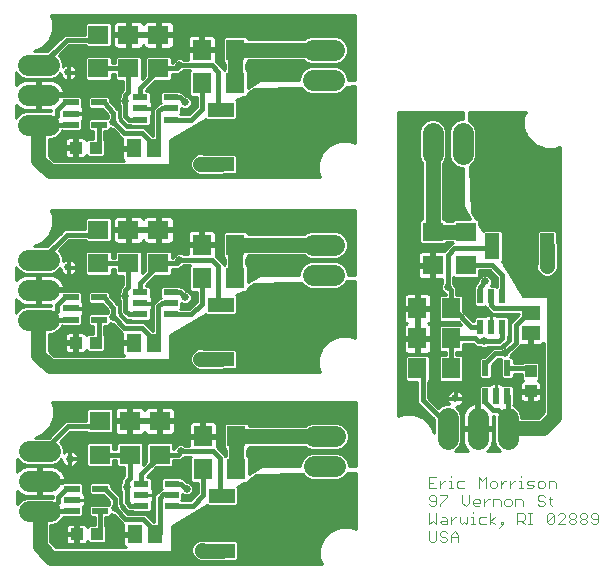
<source format=gtl>
G75*
G70*
%OFA0B0*%
%FSLAX24Y24*%
%IPPOS*%
%LPD*%
%AMOC8*
5,1,8,0,0,1.08239X$1,22.5*
%
%ADD10C,0.0040*%
%ADD11R,0.0520X0.0220*%
%ADD12C,0.0709*%
%ADD13R,0.0512X0.0591*%
%ADD14R,0.0630X0.0710*%
%ADD15R,0.0880X0.0480*%
%ADD16R,0.0866X0.1417*%
%ADD17R,0.0500X0.0220*%
%ADD18R,0.0710X0.0630*%
%ADD19C,0.0250*%
%ADD20R,0.0433X0.0394*%
%ADD21R,0.0220X0.0520*%
%ADD22R,0.0591X0.0512*%
%ADD23R,0.0480X0.0880*%
%ADD24R,0.1417X0.0866*%
%ADD25R,0.0220X0.0500*%
%ADD26R,0.0394X0.0433*%
%ADD27C,0.0100*%
%ADD28C,0.0396*%
%ADD29C,0.0500*%
%ADD30C,0.0160*%
D10*
X014461Y001529D02*
X014521Y001469D01*
X014641Y001469D01*
X014702Y001529D01*
X014702Y001830D01*
X014830Y001769D02*
X014830Y001709D01*
X014890Y001649D01*
X015010Y001649D01*
X015070Y001589D01*
X015070Y001529D01*
X015010Y001469D01*
X014890Y001469D01*
X014830Y001529D01*
X014830Y001769D02*
X014890Y001830D01*
X015010Y001830D01*
X015070Y001769D01*
X015198Y001709D02*
X015198Y001469D01*
X015198Y001649D02*
X015438Y001649D01*
X015438Y001709D02*
X015438Y001469D01*
X015438Y001709D02*
X015318Y001830D01*
X015198Y001709D01*
X015198Y002069D02*
X015198Y002309D01*
X015198Y002189D02*
X015318Y002309D01*
X015378Y002309D01*
X015505Y002309D02*
X015505Y002129D01*
X015565Y002069D01*
X015625Y002129D01*
X015685Y002069D01*
X015745Y002129D01*
X015745Y002309D01*
X015873Y002309D02*
X015933Y002309D01*
X015933Y002069D01*
X015873Y002069D02*
X015993Y002069D01*
X016119Y002129D02*
X016179Y002069D01*
X016359Y002069D01*
X016487Y002069D02*
X016487Y002430D01*
X016359Y002309D02*
X016179Y002309D01*
X016119Y002249D01*
X016119Y002129D01*
X015933Y002430D02*
X015933Y002490D01*
X015995Y002669D02*
X015935Y002729D01*
X015935Y002849D01*
X015995Y002909D01*
X016115Y002909D01*
X016175Y002849D01*
X016175Y002789D01*
X015935Y002789D01*
X015806Y002789D02*
X015806Y003030D01*
X015622Y003269D02*
X015442Y003269D01*
X015382Y003329D01*
X015382Y003449D01*
X015442Y003509D01*
X015622Y003509D01*
X015197Y003509D02*
X015197Y003269D01*
X015137Y003269D02*
X015257Y003269D01*
X015197Y003509D02*
X015137Y003509D01*
X015010Y003509D02*
X014950Y003509D01*
X014830Y003389D01*
X014830Y003269D02*
X014830Y003509D01*
X014702Y003630D02*
X014461Y003630D01*
X014461Y003269D01*
X014702Y003269D01*
X014581Y003449D02*
X014461Y003449D01*
X014521Y003030D02*
X014461Y002969D01*
X014461Y002909D01*
X014521Y002849D01*
X014702Y002849D01*
X014702Y002729D02*
X014702Y002969D01*
X014641Y003030D01*
X014521Y003030D01*
X014461Y002729D02*
X014521Y002669D01*
X014641Y002669D01*
X014702Y002729D01*
X014830Y002729D02*
X014830Y002669D01*
X014830Y002729D02*
X015070Y002969D01*
X015070Y003030D01*
X014830Y003030D01*
X014702Y002430D02*
X014702Y002069D01*
X014581Y002189D01*
X014461Y002069D01*
X014461Y002430D01*
X014890Y002309D02*
X015010Y002309D01*
X015070Y002249D01*
X015070Y002069D01*
X014890Y002069D01*
X014830Y002129D01*
X014890Y002189D01*
X015070Y002189D01*
X014461Y001830D02*
X014461Y001529D01*
X015686Y002669D02*
X015566Y002789D01*
X015566Y003030D01*
X015806Y002789D02*
X015686Y002669D01*
X015995Y002669D02*
X016115Y002669D01*
X016303Y002669D02*
X016303Y002909D01*
X016303Y002789D02*
X016423Y002909D01*
X016483Y002909D01*
X016610Y002909D02*
X016610Y002669D01*
X016850Y002669D02*
X016850Y002849D01*
X016790Y002909D01*
X016610Y002909D01*
X016978Y002849D02*
X016978Y002729D01*
X017038Y002669D01*
X017158Y002669D01*
X017218Y002729D01*
X017218Y002849D01*
X017158Y002909D01*
X017038Y002909D01*
X016978Y002849D01*
X017346Y002909D02*
X017346Y002669D01*
X017346Y002909D02*
X017527Y002909D01*
X017587Y002849D01*
X017587Y002669D01*
X017588Y002430D02*
X017408Y002430D01*
X017408Y002069D01*
X017408Y002189D02*
X017588Y002189D01*
X017648Y002249D01*
X017648Y002369D01*
X017588Y002430D01*
X017776Y002430D02*
X017896Y002430D01*
X017836Y002430D02*
X017836Y002069D01*
X017776Y002069D02*
X017896Y002069D01*
X017648Y002069D02*
X017528Y002189D01*
X016914Y002129D02*
X016854Y002129D01*
X016854Y002069D01*
X016914Y002069D01*
X016914Y002129D01*
X016914Y002069D02*
X016794Y001949D01*
X016667Y002069D02*
X016487Y002189D01*
X016667Y002309D01*
X016667Y003269D02*
X016547Y003269D01*
X016487Y003329D01*
X016487Y003449D01*
X016547Y003509D01*
X016667Y003509D01*
X016727Y003449D01*
X016727Y003329D01*
X016667Y003269D01*
X016855Y003269D02*
X016855Y003509D01*
X016855Y003389D02*
X016975Y003509D01*
X017036Y003509D01*
X017162Y003509D02*
X017162Y003269D01*
X017162Y003389D02*
X017282Y003509D01*
X017342Y003509D01*
X017469Y003509D02*
X017529Y003509D01*
X017529Y003269D01*
X017469Y003269D02*
X017589Y003269D01*
X017715Y003269D02*
X017895Y003269D01*
X017955Y003329D01*
X017895Y003389D01*
X017775Y003389D01*
X017715Y003449D01*
X017775Y003509D01*
X017955Y003509D01*
X018083Y003449D02*
X018083Y003329D01*
X018143Y003269D01*
X018263Y003269D01*
X018323Y003329D01*
X018323Y003449D01*
X018263Y003509D01*
X018143Y003509D01*
X018083Y003449D01*
X018451Y003509D02*
X018451Y003269D01*
X018451Y003509D02*
X018632Y003509D01*
X018692Y003449D01*
X018692Y003269D01*
X018511Y002969D02*
X018511Y002729D01*
X018572Y002669D01*
X018570Y002430D02*
X018630Y002369D01*
X018390Y002129D01*
X018450Y002069D01*
X018570Y002069D01*
X018630Y002129D01*
X018630Y002369D01*
X018570Y002430D02*
X018450Y002430D01*
X018390Y002369D01*
X018390Y002129D01*
X018758Y002069D02*
X018999Y002309D01*
X018999Y002369D01*
X018938Y002430D01*
X018818Y002430D01*
X018758Y002369D01*
X018758Y002069D02*
X018999Y002069D01*
X019127Y002129D02*
X019127Y002189D01*
X019187Y002249D01*
X019307Y002249D01*
X019367Y002189D01*
X019367Y002129D01*
X019307Y002069D01*
X019187Y002069D01*
X019127Y002129D01*
X019187Y002249D02*
X019127Y002309D01*
X019127Y002369D01*
X019187Y002430D01*
X019307Y002430D01*
X019367Y002369D01*
X019367Y002309D01*
X019307Y002249D01*
X019495Y002189D02*
X019555Y002249D01*
X019675Y002249D01*
X019735Y002189D01*
X019735Y002129D01*
X019675Y002069D01*
X019555Y002069D01*
X019495Y002129D01*
X019495Y002189D01*
X019555Y002249D02*
X019495Y002309D01*
X019495Y002369D01*
X019555Y002430D01*
X019675Y002430D01*
X019735Y002369D01*
X019735Y002309D01*
X019675Y002249D01*
X019863Y002309D02*
X019923Y002249D01*
X020103Y002249D01*
X020103Y002129D02*
X020103Y002369D01*
X020043Y002430D01*
X019923Y002430D01*
X019863Y002369D01*
X019863Y002309D01*
X019863Y002129D02*
X019923Y002069D01*
X020043Y002069D01*
X020103Y002129D01*
X018572Y002909D02*
X018451Y002909D01*
X018323Y002969D02*
X018263Y003030D01*
X018143Y003030D01*
X018083Y002969D01*
X018083Y002909D01*
X018143Y002849D01*
X018263Y002849D01*
X018323Y002789D01*
X018323Y002729D01*
X018263Y002669D01*
X018143Y002669D01*
X018083Y002729D01*
X017529Y003630D02*
X017529Y003690D01*
X016359Y003630D02*
X016359Y003269D01*
X016119Y003269D02*
X016119Y003630D01*
X016239Y003509D01*
X016359Y003630D01*
X015197Y003630D02*
X015197Y003690D01*
D11*
X003494Y003254D03*
X003494Y002514D03*
X002574Y002514D03*
X002574Y002884D03*
X002574Y003254D03*
X002535Y008892D03*
X002535Y009262D03*
X002535Y009632D03*
X003455Y009632D03*
X003455Y008892D03*
X003455Y015388D03*
X003455Y016128D03*
X002535Y016128D03*
X002535Y015758D03*
X002535Y015388D03*
D12*
X001799Y015378D02*
X001091Y015378D01*
X001091Y016378D02*
X001799Y016378D01*
X001799Y017378D02*
X001091Y017378D01*
X001091Y010882D02*
X001799Y010882D01*
X001799Y009882D02*
X001091Y009882D01*
X001091Y008882D02*
X001799Y008882D01*
X001839Y004504D02*
X001130Y004504D01*
X001130Y003504D02*
X001839Y003504D01*
X001839Y002504D02*
X001130Y002504D01*
X010591Y010382D02*
X011299Y010382D01*
X011299Y011382D02*
X010591Y011382D01*
X014587Y014410D02*
X014587Y015118D01*
X015587Y015118D02*
X015587Y014410D01*
X011299Y016878D02*
X010591Y016878D01*
X010591Y017878D02*
X011299Y017878D01*
X015087Y005618D02*
X015087Y004910D01*
X016087Y004910D02*
X016087Y005618D01*
X017087Y005618D02*
X017087Y004910D01*
X011339Y005004D02*
X010630Y005004D01*
X010630Y004004D02*
X011339Y004004D01*
D13*
X005339Y001734D03*
X004670Y001734D03*
X004630Y008112D03*
X005300Y008112D03*
X005300Y014608D03*
X004630Y014608D03*
D14*
X006885Y016778D03*
X006885Y017878D03*
X008005Y017878D03*
X008005Y016778D03*
X008005Y011382D03*
X008005Y010282D03*
X006885Y010282D03*
X006885Y011382D03*
X006925Y005004D03*
X006925Y003904D03*
X008044Y003904D03*
X008044Y005004D03*
X014078Y007264D03*
X014078Y008264D03*
X014078Y009264D03*
X015197Y009264D03*
X015197Y008264D03*
X015197Y007264D03*
D15*
X007525Y007572D03*
X007525Y008482D03*
X007525Y009392D03*
X007525Y014068D03*
X007525Y014978D03*
X007525Y015888D03*
X007564Y003014D03*
X007564Y002104D03*
X007564Y001194D03*
D16*
X010005Y002104D03*
X009965Y008482D03*
X009965Y014978D03*
D17*
X005855Y015558D03*
X005855Y015928D03*
X005855Y016298D03*
X004835Y016298D03*
X004835Y015928D03*
X004835Y015558D03*
X004835Y009802D03*
X004835Y009432D03*
X004835Y009062D03*
X005855Y009062D03*
X005855Y009432D03*
X005855Y009802D03*
X005894Y003424D03*
X005894Y003054D03*
X005894Y002684D03*
X004874Y002684D03*
X004874Y003054D03*
X004874Y003424D03*
D18*
X004484Y004394D03*
X003484Y004394D03*
X003484Y005514D03*
X004484Y005514D03*
X005484Y005514D03*
X005484Y004394D03*
X005445Y010772D03*
X004445Y010772D03*
X003445Y010772D03*
X003445Y011892D03*
X004445Y011892D03*
X005445Y011892D03*
X005445Y017268D03*
X004445Y017268D03*
X003445Y017268D03*
X003445Y018388D03*
X004445Y018388D03*
X005445Y018388D03*
X014587Y011824D03*
X015687Y011824D03*
X015687Y010704D03*
X014587Y010704D03*
D19*
X015087Y009964D03*
X016337Y010164D03*
X016287Y008164D03*
X016987Y007764D03*
X015337Y006264D03*
X006384Y003254D03*
X006184Y004504D03*
X004384Y003304D03*
X003984Y002604D03*
X002484Y004254D03*
X003945Y008982D03*
X004345Y009682D03*
X002445Y010632D03*
X006145Y010882D03*
X006345Y009632D03*
X003945Y015478D03*
X004345Y016178D03*
X002445Y017128D03*
X006145Y017378D03*
X006345Y016128D03*
D20*
X003350Y014618D03*
X002680Y014618D03*
X002680Y008122D03*
X003350Y008122D03*
X003389Y001744D03*
X002720Y001744D03*
D21*
X016337Y006354D03*
X016707Y006354D03*
X017077Y006354D03*
X017077Y007274D03*
X016337Y007274D03*
D22*
X017857Y008449D03*
X017857Y009119D03*
D23*
X017487Y011344D03*
X016578Y011344D03*
X018397Y011344D03*
D24*
X017487Y013784D03*
D25*
X016907Y009674D03*
X016537Y009674D03*
X016167Y009674D03*
X016167Y008654D03*
X016537Y008654D03*
X016907Y008654D03*
D26*
X017847Y007169D03*
X017847Y006499D03*
D27*
X017799Y006454D02*
X017287Y006454D01*
X017287Y006356D02*
X017501Y006356D01*
X017501Y006263D02*
X017511Y006225D01*
X017531Y006191D01*
X017559Y006163D01*
X017593Y006143D01*
X017631Y006133D01*
X017799Y006133D01*
X017799Y006451D01*
X017501Y006451D01*
X017501Y006263D01*
X017502Y006257D02*
X017287Y006257D01*
X017287Y006159D02*
X017566Y006159D01*
X017387Y005962D02*
X018287Y005962D01*
X018287Y006060D02*
X017287Y006060D01*
X017287Y006053D02*
X017287Y006655D01*
X017229Y006714D01*
X016930Y006714D01*
X016910Y006734D01*
X016875Y006754D01*
X016837Y006764D01*
X016712Y006764D01*
X016712Y006359D01*
X016702Y006359D01*
X016702Y006764D01*
X016578Y006764D01*
X016540Y006754D01*
X016505Y006734D01*
X016485Y006714D01*
X016186Y006714D01*
X016127Y006655D01*
X016127Y006053D01*
X016137Y006043D01*
X016137Y005314D01*
X016037Y005314D01*
X016037Y005214D01*
X015583Y005214D01*
X015583Y004870D01*
X015596Y004792D01*
X015620Y004716D01*
X015656Y004645D01*
X015703Y004581D01*
X015759Y004525D01*
X015767Y004519D01*
X015332Y004519D01*
X015345Y004525D01*
X015473Y004652D01*
X015542Y004819D01*
X015542Y005709D01*
X015473Y005876D01*
X015359Y005989D01*
X015365Y005989D01*
X015418Y006000D01*
X015468Y006020D01*
X015513Y006050D01*
X015551Y006089D01*
X015581Y006134D01*
X015602Y006184D01*
X015612Y006237D01*
X015612Y006252D01*
X015350Y006252D01*
X015350Y006277D01*
X015325Y006277D01*
X015325Y006539D01*
X015310Y006539D01*
X015257Y006528D01*
X015207Y006508D01*
X015162Y006478D01*
X015124Y006439D01*
X015094Y006394D01*
X015073Y006344D01*
X015062Y006291D01*
X015062Y006277D01*
X015325Y006277D01*
X015325Y006252D01*
X015062Y006252D01*
X015062Y006237D01*
X015073Y006184D01*
X015094Y006134D01*
X015124Y006089D01*
X015140Y006073D01*
X014997Y006073D01*
X014830Y006004D01*
X014766Y005940D01*
X014431Y006275D01*
X014431Y006809D01*
X014434Y006809D01*
X014493Y006868D01*
X014493Y007660D01*
X014434Y007719D01*
X013721Y007719D01*
X013663Y007660D01*
X013663Y006868D01*
X013721Y006809D01*
X014071Y006809D01*
X014071Y006126D01*
X014177Y006020D01*
X014633Y005564D01*
X014633Y005109D01*
X014529Y005360D01*
X014283Y005606D01*
X013962Y005739D01*
X013613Y005739D01*
X013437Y005666D01*
X013437Y005666D01*
X013437Y015820D01*
X015587Y015820D01*
X015587Y015573D01*
X015497Y015573D01*
X015330Y015504D01*
X015202Y015376D01*
X015133Y015209D01*
X015133Y014319D01*
X015202Y014152D01*
X015330Y014025D01*
X015497Y013955D01*
X015587Y013955D01*
X015587Y012664D01*
X015840Y012239D01*
X015291Y012239D01*
X015233Y012180D01*
X015233Y012174D01*
X015042Y012174D01*
X015042Y012180D01*
X014984Y012239D01*
X014937Y012239D01*
X014937Y014117D01*
X014973Y014152D01*
X015042Y014319D01*
X015042Y015209D01*
X014973Y015376D01*
X014845Y015504D01*
X014678Y015573D01*
X014497Y015573D01*
X014330Y015504D01*
X014202Y015376D01*
X014133Y015209D01*
X014133Y014319D01*
X014202Y014152D01*
X014237Y014117D01*
X014237Y012239D01*
X014191Y012239D01*
X014133Y012180D01*
X014133Y011467D01*
X014191Y011409D01*
X014984Y011409D01*
X015042Y011467D01*
X015042Y011474D01*
X015233Y011474D01*
X015233Y011467D01*
X015256Y011444D01*
X015233Y011444D01*
X015127Y011339D01*
X014958Y011169D01*
X014637Y011169D01*
X014637Y010754D01*
X014537Y010754D01*
X014537Y010654D01*
X014083Y010654D01*
X014083Y010369D01*
X014093Y010331D01*
X014113Y010297D01*
X014140Y010269D01*
X014175Y010249D01*
X014213Y010239D01*
X014537Y010239D01*
X014537Y010654D01*
X014637Y010654D01*
X014637Y010239D01*
X014907Y010239D01*
X014907Y010102D01*
X014862Y010057D01*
X014862Y009871D01*
X014994Y009739D01*
X015017Y009739D01*
X015017Y009719D01*
X014841Y009719D01*
X014782Y009660D01*
X014782Y008868D01*
X014841Y008809D01*
X015448Y008809D01*
X015538Y008719D01*
X014841Y008719D01*
X014782Y008660D01*
X014782Y007868D01*
X014841Y007809D01*
X015017Y007809D01*
X015017Y007719D01*
X014841Y007719D01*
X014782Y007660D01*
X014782Y006868D01*
X014841Y006809D01*
X015554Y006809D01*
X015612Y006868D01*
X015612Y007660D01*
X015554Y007719D01*
X015377Y007719D01*
X015377Y007809D01*
X015554Y007809D01*
X015612Y007868D01*
X015612Y008084D01*
X015913Y008084D01*
X016013Y007984D01*
X016149Y007984D01*
X016194Y007939D01*
X016381Y007939D01*
X016426Y007984D01*
X016784Y007984D01*
X016854Y007981D01*
X016857Y007984D01*
X016862Y007984D01*
X016912Y008034D01*
X016977Y008094D01*
X016982Y008094D01*
X017032Y008144D01*
X017084Y008192D01*
X017084Y008196D01*
X017087Y008199D01*
X017087Y008270D01*
X017090Y008335D01*
X017117Y008363D01*
X017117Y008945D01*
X017059Y009004D01*
X016760Y009004D01*
X016740Y009024D01*
X016705Y009044D01*
X016667Y009054D01*
X016542Y009054D01*
X016542Y008659D01*
X016532Y008659D01*
X016532Y009054D01*
X016408Y009054D01*
X016370Y009044D01*
X016335Y009024D01*
X016315Y009004D01*
X016016Y009004D01*
X015957Y008945D01*
X015957Y008834D01*
X015932Y008834D01*
X015612Y009154D01*
X015612Y009660D01*
X015554Y009719D01*
X015377Y009719D01*
X015377Y009813D01*
X015384Y009822D01*
X015377Y009886D01*
X015377Y009951D01*
X015369Y009959D01*
X015368Y009970D01*
X015318Y010010D01*
X015312Y010015D01*
X015312Y010057D01*
X015267Y010102D01*
X015267Y010313D01*
X015291Y010289D01*
X016084Y010289D01*
X016142Y010348D01*
X016142Y010534D01*
X016483Y010534D01*
X016727Y010289D01*
X016727Y009995D01*
X016722Y009990D01*
X016689Y010024D01*
X016516Y010024D01*
X016562Y010071D01*
X016562Y010257D01*
X016431Y010389D01*
X016244Y010389D01*
X016112Y010257D01*
X016112Y010188D01*
X016038Y010109D01*
X015987Y010059D01*
X015987Y010056D01*
X015985Y010053D01*
X015987Y009995D01*
X015957Y009965D01*
X015957Y009383D01*
X016016Y009324D01*
X016319Y009324D01*
X016346Y009351D01*
X016344Y009317D01*
X016345Y009317D01*
X016345Y009316D01*
X016395Y009262D01*
X016457Y009194D01*
X016457Y009189D01*
X016507Y009140D01*
X016555Y009087D01*
X016560Y009087D01*
X016563Y009084D01*
X016634Y009084D01*
X016704Y009081D01*
X016707Y009084D01*
X017462Y009084D01*
X017462Y009076D01*
X017275Y008894D01*
X017273Y008894D01*
X017221Y008842D01*
X017169Y008792D01*
X017169Y008790D01*
X017167Y008789D01*
X017167Y008716D01*
X017166Y008642D01*
X017167Y008641D01*
X017167Y008200D01*
X016950Y007989D01*
X016894Y007989D01*
X016849Y007944D01*
X016679Y007944D01*
X016606Y007945D01*
X016604Y007944D01*
X016603Y007944D01*
X016551Y007892D01*
X016285Y007634D01*
X016186Y007634D01*
X016127Y007575D01*
X016127Y006973D01*
X016186Y006914D01*
X016489Y006914D01*
X016547Y006973D01*
X016547Y007387D01*
X016750Y007584D01*
X016849Y007584D01*
X016867Y007566D01*
X016867Y006973D01*
X016926Y006914D01*
X017229Y006914D01*
X017287Y006973D01*
X017287Y007094D01*
X017551Y007094D01*
X017551Y006911D01*
X017603Y006858D01*
X017593Y006856D01*
X017559Y006836D01*
X017531Y006808D01*
X017511Y006774D01*
X017501Y006736D01*
X017501Y006548D01*
X017799Y006548D01*
X017799Y006451D01*
X017896Y006451D01*
X017896Y006548D01*
X018194Y006548D01*
X018194Y006736D01*
X018184Y006774D01*
X018164Y006808D01*
X018136Y006836D01*
X018102Y006856D01*
X018092Y006858D01*
X018144Y006911D01*
X018144Y007200D01*
X018157Y007235D01*
X018144Y007261D01*
X018144Y007427D01*
X018086Y007485D01*
X017609Y007485D01*
X017578Y007454D01*
X017287Y007454D01*
X017287Y007575D01*
X017229Y007634D01*
X017176Y007634D01*
X017212Y007671D01*
X017212Y007742D01*
X017420Y007944D01*
X017422Y007944D01*
X017474Y007996D01*
X017526Y008047D01*
X017526Y008048D01*
X017542Y008043D01*
X017807Y008043D01*
X017807Y008399D01*
X017907Y008399D01*
X017907Y008043D01*
X018173Y008043D01*
X018211Y008054D01*
X018245Y008073D01*
X018273Y008101D01*
X018287Y008127D01*
X018287Y005796D01*
X018110Y005614D01*
X017542Y005614D01*
X017542Y005709D01*
X017473Y005876D01*
X017345Y006004D01*
X017270Y006035D01*
X017287Y006053D01*
X017478Y005863D02*
X018287Y005863D01*
X018256Y005765D02*
X017519Y005765D01*
X017542Y005666D02*
X018161Y005666D01*
X018064Y006133D02*
X017896Y006133D01*
X017896Y006451D01*
X018194Y006451D01*
X018194Y006263D01*
X018184Y006225D01*
X018164Y006191D01*
X018136Y006163D01*
X018102Y006143D01*
X018064Y006133D01*
X018129Y006159D02*
X018287Y006159D01*
X018287Y006257D02*
X018193Y006257D01*
X018194Y006356D02*
X018287Y006356D01*
X018287Y006454D02*
X017896Y006454D01*
X017896Y006356D02*
X017799Y006356D01*
X017799Y006257D02*
X017896Y006257D01*
X017896Y006159D02*
X017799Y006159D01*
X017501Y006553D02*
X017287Y006553D01*
X017287Y006651D02*
X017501Y006651D01*
X017504Y006750D02*
X016883Y006750D01*
X016712Y006750D02*
X016702Y006750D01*
X016702Y006651D02*
X016712Y006651D01*
X016702Y006553D02*
X016712Y006553D01*
X016702Y006454D02*
X016712Y006454D01*
X016532Y006750D02*
X014431Y006750D01*
X014431Y006651D02*
X016127Y006651D01*
X016127Y006553D02*
X014431Y006553D01*
X014431Y006454D02*
X015139Y006454D01*
X015078Y006356D02*
X014431Y006356D01*
X014449Y006257D02*
X015325Y006257D01*
X015350Y006257D02*
X016127Y006257D01*
X016127Y006159D02*
X015591Y006159D01*
X015612Y006277D02*
X015612Y006291D01*
X015602Y006344D01*
X015581Y006394D01*
X015551Y006439D01*
X015513Y006478D01*
X015468Y006508D01*
X015418Y006528D01*
X015365Y006539D01*
X015350Y006539D01*
X015350Y006277D01*
X015612Y006277D01*
X015597Y006356D02*
X016127Y006356D01*
X016127Y006454D02*
X015536Y006454D01*
X015350Y006454D02*
X015325Y006454D01*
X015325Y006356D02*
X015350Y006356D01*
X015084Y006159D02*
X014548Y006159D01*
X014646Y006060D02*
X014967Y006060D01*
X014788Y005962D02*
X014745Y005962D01*
X014531Y005666D02*
X014138Y005666D01*
X014321Y005568D02*
X014629Y005568D01*
X014633Y005469D02*
X014420Y005469D01*
X014518Y005371D02*
X014633Y005371D01*
X014633Y005272D02*
X014566Y005272D01*
X014606Y005174D02*
X014633Y005174D01*
X014432Y005765D02*
X013437Y005765D01*
X013437Y005863D02*
X014334Y005863D01*
X014235Y005962D02*
X013437Y005962D01*
X013437Y006060D02*
X014137Y006060D01*
X014177Y006020D02*
X014177Y006020D01*
X014071Y006159D02*
X013437Y006159D01*
X013437Y006257D02*
X014071Y006257D01*
X014071Y006356D02*
X013437Y006356D01*
X013437Y006454D02*
X014071Y006454D01*
X014071Y006553D02*
X013437Y006553D01*
X013437Y006651D02*
X014071Y006651D01*
X014071Y006750D02*
X013437Y006750D01*
X013437Y006848D02*
X013682Y006848D01*
X013663Y006947D02*
X013437Y006947D01*
X013437Y007045D02*
X013663Y007045D01*
X013663Y007144D02*
X013437Y007144D01*
X013437Y007242D02*
X013663Y007242D01*
X013663Y007341D02*
X013437Y007341D01*
X013437Y007439D02*
X013663Y007439D01*
X013663Y007538D02*
X013437Y007538D01*
X013437Y007636D02*
X013663Y007636D01*
X013705Y007769D02*
X013743Y007759D01*
X014028Y007759D01*
X014028Y008214D01*
X014128Y008214D01*
X014128Y008314D01*
X014543Y008314D01*
X014543Y008639D01*
X014532Y008677D01*
X014513Y008711D01*
X014485Y008739D01*
X014450Y008759D01*
X014431Y008764D01*
X014450Y008769D01*
X014485Y008789D01*
X014513Y008817D01*
X014532Y008851D01*
X014543Y008889D01*
X014543Y009214D01*
X014128Y009214D01*
X014128Y009314D01*
X014543Y009314D01*
X014543Y009639D01*
X014532Y009677D01*
X014513Y009711D01*
X014485Y009739D01*
X014450Y009759D01*
X014412Y009769D01*
X014128Y009769D01*
X014128Y009314D01*
X014028Y009314D01*
X014028Y009769D01*
X013743Y009769D01*
X013705Y009759D01*
X013671Y009739D01*
X013643Y009711D01*
X013623Y009677D01*
X013613Y009639D01*
X013613Y009314D01*
X014028Y009314D01*
X014028Y009214D01*
X014128Y009214D01*
X014128Y008759D01*
X014128Y008314D01*
X014028Y008314D01*
X014028Y009214D01*
X013613Y009214D01*
X013613Y008889D01*
X013623Y008851D01*
X013643Y008817D01*
X013671Y008789D01*
X013705Y008769D01*
X013725Y008764D01*
X013705Y008759D01*
X013671Y008739D01*
X013643Y008711D01*
X013623Y008677D01*
X013613Y008639D01*
X013613Y008314D01*
X014028Y008314D01*
X014028Y008214D01*
X013613Y008214D01*
X013613Y007889D01*
X013623Y007851D01*
X013643Y007817D01*
X013671Y007789D01*
X013705Y007769D01*
X013633Y007833D02*
X013437Y007833D01*
X013437Y007735D02*
X015017Y007735D01*
X014817Y007833D02*
X014522Y007833D01*
X014513Y007817D02*
X014532Y007851D01*
X014543Y007889D01*
X014543Y008214D01*
X014128Y008214D01*
X014128Y007759D01*
X014412Y007759D01*
X014450Y007769D01*
X014485Y007789D01*
X014513Y007817D01*
X014543Y007932D02*
X014782Y007932D01*
X014782Y008030D02*
X014543Y008030D01*
X014543Y008129D02*
X014782Y008129D01*
X014782Y008227D02*
X014128Y008227D01*
X014128Y008129D02*
X014028Y008129D01*
X014028Y008227D02*
X013437Y008227D01*
X013437Y008129D02*
X013613Y008129D01*
X013613Y008030D02*
X013437Y008030D01*
X013437Y007932D02*
X013613Y007932D01*
X013613Y008326D02*
X013437Y008326D01*
X013437Y008424D02*
X013613Y008424D01*
X013613Y008523D02*
X013437Y008523D01*
X013437Y008621D02*
X013613Y008621D01*
X013651Y008720D02*
X013437Y008720D01*
X013437Y008818D02*
X013642Y008818D01*
X013613Y008917D02*
X013437Y008917D01*
X013437Y009015D02*
X013613Y009015D01*
X013613Y009114D02*
X013437Y009114D01*
X013437Y009212D02*
X013613Y009212D01*
X013613Y009409D02*
X013437Y009409D01*
X013437Y009311D02*
X014028Y009311D01*
X014028Y009409D02*
X014128Y009409D01*
X014128Y009311D02*
X014782Y009311D01*
X014782Y009409D02*
X014543Y009409D01*
X014543Y009508D02*
X014782Y009508D01*
X014782Y009606D02*
X014543Y009606D01*
X014516Y009705D02*
X014827Y009705D01*
X014930Y009803D02*
X013437Y009803D01*
X013437Y009705D02*
X013639Y009705D01*
X013613Y009606D02*
X013437Y009606D01*
X013437Y009508D02*
X013613Y009508D01*
X014028Y009508D02*
X014128Y009508D01*
X014128Y009606D02*
X014028Y009606D01*
X014028Y009705D02*
X014128Y009705D01*
X014128Y009212D02*
X014028Y009212D01*
X014028Y009114D02*
X014128Y009114D01*
X014128Y009015D02*
X014028Y009015D01*
X014028Y008917D02*
X014128Y008917D01*
X014128Y008818D02*
X014028Y008818D01*
X014028Y008720D02*
X014128Y008720D01*
X014128Y008621D02*
X014028Y008621D01*
X014028Y008523D02*
X014128Y008523D01*
X014128Y008424D02*
X014028Y008424D01*
X014028Y008326D02*
X014128Y008326D01*
X014128Y008030D02*
X014028Y008030D01*
X014028Y007932D02*
X014128Y007932D01*
X014128Y007833D02*
X014028Y007833D01*
X014493Y007636D02*
X014782Y007636D01*
X014782Y007538D02*
X014493Y007538D01*
X014493Y007439D02*
X014782Y007439D01*
X014782Y007341D02*
X014493Y007341D01*
X014493Y007242D02*
X014782Y007242D01*
X014782Y007144D02*
X014493Y007144D01*
X014493Y007045D02*
X014782Y007045D01*
X014782Y006947D02*
X014493Y006947D01*
X014473Y006848D02*
X014802Y006848D01*
X015593Y006848D02*
X017579Y006848D01*
X017551Y006947D02*
X017261Y006947D01*
X017287Y007045D02*
X017551Y007045D01*
X017287Y007538D02*
X018287Y007538D01*
X018287Y007636D02*
X017178Y007636D01*
X017212Y007735D02*
X018287Y007735D01*
X018287Y007833D02*
X017306Y007833D01*
X017408Y007932D02*
X018287Y007932D01*
X018287Y008030D02*
X017509Y008030D01*
X017807Y008129D02*
X017907Y008129D01*
X017907Y008227D02*
X017807Y008227D01*
X017807Y008326D02*
X017907Y008326D01*
X017298Y008917D02*
X017117Y008917D01*
X017117Y008818D02*
X017196Y008818D01*
X017167Y008720D02*
X017117Y008720D01*
X017117Y008621D02*
X017167Y008621D01*
X017167Y008523D02*
X017117Y008523D01*
X017117Y008424D02*
X017167Y008424D01*
X017167Y008326D02*
X017090Y008326D01*
X017087Y008227D02*
X017167Y008227D01*
X017094Y008129D02*
X017017Y008129D01*
X016992Y008030D02*
X016908Y008030D01*
X016590Y007932D02*
X015612Y007932D01*
X015612Y008030D02*
X015967Y008030D01*
X015578Y007833D02*
X016490Y007833D01*
X016389Y007735D02*
X015377Y007735D01*
X015612Y007636D02*
X016287Y007636D01*
X016127Y007538D02*
X015612Y007538D01*
X015612Y007439D02*
X016127Y007439D01*
X016127Y007341D02*
X015612Y007341D01*
X015612Y007242D02*
X016127Y007242D01*
X016127Y007144D02*
X015612Y007144D01*
X015612Y007045D02*
X016127Y007045D01*
X016154Y006947D02*
X015612Y006947D01*
X015522Y006060D02*
X015843Y006060D01*
X015823Y006050D02*
X015759Y006003D01*
X015703Y005947D01*
X015656Y005883D01*
X015620Y005812D01*
X015596Y005736D01*
X015583Y005658D01*
X015583Y005314D01*
X016037Y005314D01*
X016037Y006121D01*
X015969Y006110D01*
X015894Y006086D01*
X015823Y006050D01*
X015717Y005962D02*
X015387Y005962D01*
X015478Y005863D02*
X015646Y005863D01*
X015605Y005765D02*
X015519Y005765D01*
X015542Y005666D02*
X015584Y005666D01*
X015583Y005568D02*
X015542Y005568D01*
X015542Y005469D02*
X015583Y005469D01*
X015583Y005371D02*
X015542Y005371D01*
X015542Y005272D02*
X016037Y005272D01*
X016037Y005371D02*
X016137Y005371D01*
X016137Y005314D02*
X016592Y005314D01*
X016592Y005658D01*
X016586Y005694D01*
X016633Y005694D01*
X016633Y004819D01*
X016702Y004652D01*
X016830Y004525D01*
X016843Y004519D01*
X016408Y004519D01*
X016416Y004525D01*
X016472Y004581D01*
X016519Y004645D01*
X016555Y004716D01*
X016579Y004792D01*
X016592Y004870D01*
X016592Y005214D01*
X016137Y005214D01*
X016137Y005314D01*
X016137Y005272D02*
X016633Y005272D01*
X016633Y005174D02*
X016592Y005174D01*
X016592Y005075D02*
X016633Y005075D01*
X016633Y004977D02*
X016592Y004977D01*
X016592Y004878D02*
X016633Y004878D01*
X016650Y004780D02*
X016575Y004780D01*
X016537Y004681D02*
X016690Y004681D01*
X016772Y004583D02*
X016473Y004583D01*
X015702Y004583D02*
X015403Y004583D01*
X015485Y004681D02*
X015638Y004681D01*
X015599Y004780D02*
X015525Y004780D01*
X015542Y004878D02*
X015583Y004878D01*
X015583Y004977D02*
X015542Y004977D01*
X015542Y005075D02*
X015583Y005075D01*
X015583Y005174D02*
X015542Y005174D01*
X016037Y005469D02*
X016137Y005469D01*
X016137Y005568D02*
X016037Y005568D01*
X016037Y005666D02*
X016137Y005666D01*
X016137Y005765D02*
X016037Y005765D01*
X016037Y005863D02*
X016137Y005863D01*
X016137Y005962D02*
X016037Y005962D01*
X016037Y006060D02*
X016127Y006060D01*
X016591Y005666D02*
X016633Y005666D01*
X016633Y005568D02*
X016592Y005568D01*
X016592Y005469D02*
X016633Y005469D01*
X016633Y005371D02*
X016592Y005371D01*
X016521Y006947D02*
X016894Y006947D01*
X016867Y007045D02*
X016547Y007045D01*
X016547Y007144D02*
X016867Y007144D01*
X016867Y007242D02*
X016547Y007242D01*
X016547Y007341D02*
X016867Y007341D01*
X016867Y007439D02*
X016601Y007439D01*
X016703Y007538D02*
X016867Y007538D01*
X016542Y008720D02*
X016532Y008720D01*
X016532Y008818D02*
X016542Y008818D01*
X016532Y008917D02*
X016542Y008917D01*
X016532Y009015D02*
X016542Y009015D01*
X016531Y009114D02*
X015653Y009114D01*
X015612Y009212D02*
X016441Y009212D01*
X016350Y009311D02*
X015612Y009311D01*
X015612Y009409D02*
X015957Y009409D01*
X015957Y009508D02*
X015612Y009508D01*
X015612Y009606D02*
X015957Y009606D01*
X015957Y009705D02*
X015568Y009705D01*
X015377Y009803D02*
X015957Y009803D01*
X015957Y009902D02*
X015377Y009902D01*
X015330Y010000D02*
X015987Y010000D01*
X016027Y010099D02*
X015271Y010099D01*
X015267Y010197D02*
X016112Y010197D01*
X016090Y010296D02*
X016151Y010296D01*
X016142Y010394D02*
X016623Y010394D01*
X016721Y010296D02*
X016524Y010296D01*
X016562Y010197D02*
X016727Y010197D01*
X016727Y010099D02*
X016562Y010099D01*
X016713Y010000D02*
X016727Y010000D01*
X016524Y010493D02*
X016142Y010493D01*
X016887Y010832D02*
X016918Y010863D01*
X016918Y011825D01*
X016859Y011884D01*
X016296Y011884D01*
X016271Y011858D01*
X016142Y012072D01*
X016142Y012180D01*
X016084Y012239D01*
X016038Y012239D01*
X015887Y012464D01*
X015846Y014026D01*
X015973Y014152D01*
X016042Y014319D01*
X016042Y015209D01*
X015973Y015376D01*
X015845Y015504D01*
X015807Y015519D01*
X015799Y015820D01*
X017688Y015820D01*
X017612Y015638D01*
X017612Y015290D01*
X017746Y014968D01*
X017992Y014722D01*
X018313Y014589D01*
X018662Y014589D01*
X018832Y014660D01*
X018832Y009664D01*
X017587Y009664D01*
X016887Y010832D01*
X016913Y010788D02*
X018047Y010788D01*
X018047Y010757D02*
X018037Y010734D01*
X018037Y010594D01*
X018091Y010466D01*
X018189Y010367D01*
X018318Y010314D01*
X018457Y010314D01*
X018586Y010367D01*
X018694Y010476D01*
X018747Y010604D01*
X018747Y011414D01*
X018737Y011438D01*
X018737Y011825D01*
X018679Y011884D01*
X018116Y011884D01*
X018057Y011825D01*
X018057Y011438D01*
X018047Y011414D01*
X018047Y010757D01*
X018037Y010690D02*
X016972Y010690D01*
X017031Y010591D02*
X018039Y010591D01*
X018080Y010493D02*
X017090Y010493D01*
X017149Y010394D02*
X018162Y010394D01*
X018047Y010887D02*
X016918Y010887D01*
X016918Y010985D02*
X018047Y010985D01*
X018047Y011084D02*
X016918Y011084D01*
X016918Y011182D02*
X018047Y011182D01*
X018047Y011281D02*
X016918Y011281D01*
X016918Y011379D02*
X018047Y011379D01*
X018057Y011478D02*
X016918Y011478D01*
X016918Y011576D02*
X018057Y011576D01*
X018057Y011675D02*
X016918Y011675D01*
X016918Y011773D02*
X018057Y011773D01*
X018104Y011872D02*
X016871Y011872D01*
X016284Y011872D02*
X016263Y011872D01*
X016204Y011970D02*
X018832Y011970D01*
X018832Y011872D02*
X018691Y011872D01*
X018737Y011773D02*
X018832Y011773D01*
X018832Y011675D02*
X018737Y011675D01*
X018737Y011576D02*
X018832Y011576D01*
X018832Y011478D02*
X018737Y011478D01*
X018747Y011379D02*
X018832Y011379D01*
X018832Y011281D02*
X018747Y011281D01*
X018747Y011182D02*
X018832Y011182D01*
X018832Y011084D02*
X018747Y011084D01*
X018747Y010985D02*
X018832Y010985D01*
X018832Y010887D02*
X018747Y010887D01*
X018747Y010788D02*
X018832Y010788D01*
X018832Y010690D02*
X018747Y010690D01*
X018742Y010591D02*
X018832Y010591D01*
X018832Y010493D02*
X018701Y010493D01*
X018612Y010394D02*
X018832Y010394D01*
X018832Y010296D02*
X017209Y010296D01*
X017268Y010197D02*
X018832Y010197D01*
X018832Y010099D02*
X017327Y010099D01*
X017386Y010000D02*
X018832Y010000D01*
X018832Y009902D02*
X017445Y009902D01*
X017504Y009803D02*
X018832Y009803D01*
X018832Y009705D02*
X017563Y009705D01*
X017400Y009015D02*
X016749Y009015D01*
X016326Y009015D02*
X015751Y009015D01*
X015850Y008917D02*
X015957Y008917D01*
X015537Y008720D02*
X014504Y008720D01*
X014513Y008818D02*
X014832Y008818D01*
X014782Y008917D02*
X014543Y008917D01*
X014543Y009015D02*
X014782Y009015D01*
X014782Y009114D02*
X014543Y009114D01*
X014543Y009212D02*
X014782Y009212D01*
X014782Y008621D02*
X014543Y008621D01*
X014543Y008523D02*
X014782Y008523D01*
X014782Y008424D02*
X014543Y008424D01*
X014543Y008326D02*
X014782Y008326D01*
X014862Y009902D02*
X013437Y009902D01*
X013437Y010000D02*
X014862Y010000D01*
X014904Y010099D02*
X013437Y010099D01*
X013437Y010197D02*
X014907Y010197D01*
X014637Y010296D02*
X014537Y010296D01*
X014537Y010394D02*
X014637Y010394D01*
X014637Y010493D02*
X014537Y010493D01*
X014537Y010591D02*
X014637Y010591D01*
X014537Y010690D02*
X013437Y010690D01*
X013437Y010788D02*
X014083Y010788D01*
X014083Y010754D02*
X014537Y010754D01*
X014537Y011169D01*
X014213Y011169D01*
X014175Y011159D01*
X014140Y011139D01*
X014113Y011111D01*
X014093Y011077D01*
X014083Y011039D01*
X014083Y010754D01*
X014083Y010887D02*
X013437Y010887D01*
X013437Y010985D02*
X014083Y010985D01*
X014097Y011084D02*
X013437Y011084D01*
X013437Y011182D02*
X014971Y011182D01*
X015069Y011281D02*
X013437Y011281D01*
X013437Y011379D02*
X015168Y011379D01*
X014637Y011084D02*
X014537Y011084D01*
X014537Y010985D02*
X014637Y010985D01*
X014637Y010887D02*
X014537Y010887D01*
X014537Y010788D02*
X014637Y010788D01*
X014083Y010591D02*
X013437Y010591D01*
X013437Y010493D02*
X014083Y010493D01*
X014083Y010394D02*
X013437Y010394D01*
X013437Y010296D02*
X014114Y010296D01*
X015267Y010296D02*
X015285Y010296D01*
X014133Y011478D02*
X013437Y011478D01*
X013437Y011576D02*
X014133Y011576D01*
X014133Y011675D02*
X013437Y011675D01*
X013437Y011773D02*
X014133Y011773D01*
X014133Y011872D02*
X013437Y011872D01*
X013437Y011970D02*
X014133Y011970D01*
X014133Y012069D02*
X013437Y012069D01*
X013437Y012167D02*
X014133Y012167D01*
X014237Y012266D02*
X013437Y012266D01*
X013437Y012364D02*
X014237Y012364D01*
X014237Y012463D02*
X013437Y012463D01*
X013437Y012561D02*
X014237Y012561D01*
X014237Y012660D02*
X013437Y012660D01*
X013437Y012758D02*
X014237Y012758D01*
X014237Y012857D02*
X013437Y012857D01*
X013437Y012955D02*
X014237Y012955D01*
X014237Y013054D02*
X013437Y013054D01*
X013437Y013152D02*
X014237Y013152D01*
X014237Y013251D02*
X013437Y013251D01*
X013437Y013349D02*
X014237Y013349D01*
X014237Y013448D02*
X013437Y013448D01*
X013437Y013546D02*
X014237Y013546D01*
X014237Y013645D02*
X013437Y013645D01*
X013437Y013743D02*
X014237Y013743D01*
X014237Y013842D02*
X013437Y013842D01*
X013437Y013940D02*
X014237Y013940D01*
X014237Y014039D02*
X013437Y014039D01*
X013437Y014137D02*
X014218Y014137D01*
X014168Y014236D02*
X013437Y014236D01*
X013437Y014334D02*
X014133Y014334D01*
X014133Y014433D02*
X013437Y014433D01*
X013437Y014531D02*
X014133Y014531D01*
X014133Y014630D02*
X013437Y014630D01*
X013437Y014728D02*
X014133Y014728D01*
X014133Y014827D02*
X013437Y014827D01*
X013437Y014925D02*
X014133Y014925D01*
X014133Y015024D02*
X013437Y015024D01*
X013437Y015122D02*
X014133Y015122D01*
X014138Y015221D02*
X013437Y015221D01*
X013437Y015319D02*
X014179Y015319D01*
X014244Y015418D02*
X013437Y015418D01*
X013437Y015516D02*
X014360Y015516D01*
X014815Y015516D02*
X015360Y015516D01*
X015244Y015418D02*
X014931Y015418D01*
X014996Y015319D02*
X015179Y015319D01*
X015138Y015221D02*
X015037Y015221D01*
X015042Y015122D02*
X015133Y015122D01*
X015133Y015024D02*
X015042Y015024D01*
X015042Y014925D02*
X015133Y014925D01*
X015133Y014827D02*
X015042Y014827D01*
X015042Y014728D02*
X015133Y014728D01*
X015133Y014630D02*
X015042Y014630D01*
X015042Y014531D02*
X015133Y014531D01*
X015133Y014433D02*
X015042Y014433D01*
X015042Y014334D02*
X015133Y014334D01*
X015168Y014236D02*
X015007Y014236D01*
X014957Y014137D02*
X015218Y014137D01*
X015316Y014039D02*
X014937Y014039D01*
X014937Y013940D02*
X015587Y013940D01*
X015587Y013842D02*
X014937Y013842D01*
X014937Y013743D02*
X015587Y013743D01*
X015587Y013645D02*
X014937Y013645D01*
X014937Y013546D02*
X015587Y013546D01*
X015587Y013448D02*
X014937Y013448D01*
X014937Y013349D02*
X015587Y013349D01*
X015587Y013251D02*
X014937Y013251D01*
X014937Y013152D02*
X015587Y013152D01*
X015587Y013054D02*
X014937Y013054D01*
X014937Y012955D02*
X015587Y012955D01*
X015587Y012857D02*
X014937Y012857D01*
X014937Y012758D02*
X015587Y012758D01*
X015590Y012660D02*
X014937Y012660D01*
X014937Y012561D02*
X015649Y012561D01*
X015707Y012463D02*
X014937Y012463D01*
X014937Y012364D02*
X015766Y012364D01*
X015824Y012266D02*
X014937Y012266D01*
X015888Y012463D02*
X018832Y012463D01*
X018832Y012561D02*
X015885Y012561D01*
X015882Y012660D02*
X018832Y012660D01*
X018832Y012758D02*
X015880Y012758D01*
X015877Y012857D02*
X018832Y012857D01*
X018832Y012955D02*
X015875Y012955D01*
X015872Y013054D02*
X018832Y013054D01*
X018832Y013152D02*
X015869Y013152D01*
X015867Y013251D02*
X018832Y013251D01*
X018832Y013349D02*
X015864Y013349D01*
X015862Y013448D02*
X018832Y013448D01*
X018832Y013546D02*
X015859Y013546D01*
X015856Y013645D02*
X018832Y013645D01*
X018832Y013743D02*
X015854Y013743D01*
X015851Y013842D02*
X018832Y013842D01*
X018832Y013940D02*
X015849Y013940D01*
X015859Y014039D02*
X018832Y014039D01*
X018832Y014137D02*
X015957Y014137D01*
X016007Y014236D02*
X018832Y014236D01*
X018832Y014334D02*
X016042Y014334D01*
X016042Y014433D02*
X018832Y014433D01*
X018832Y014531D02*
X016042Y014531D01*
X016042Y014630D02*
X018216Y014630D01*
X017986Y014728D02*
X016042Y014728D01*
X016042Y014827D02*
X017888Y014827D01*
X017789Y014925D02*
X016042Y014925D01*
X016042Y015024D02*
X017723Y015024D01*
X017682Y015122D02*
X016042Y015122D01*
X016037Y015221D02*
X017641Y015221D01*
X017612Y015319D02*
X015996Y015319D01*
X015931Y015418D02*
X017612Y015418D01*
X017612Y015516D02*
X015815Y015516D01*
X015805Y015615D02*
X017612Y015615D01*
X017644Y015713D02*
X015802Y015713D01*
X015799Y015812D02*
X017684Y015812D01*
X018759Y014630D02*
X018832Y014630D01*
X018832Y012364D02*
X015954Y012364D01*
X016020Y012266D02*
X018832Y012266D01*
X018832Y012167D02*
X016142Y012167D01*
X016145Y012069D02*
X018832Y012069D01*
X015587Y015615D02*
X013437Y015615D01*
X013437Y015713D02*
X015587Y015713D01*
X015587Y015812D02*
X013437Y015812D01*
X012001Y015812D02*
X008065Y015812D01*
X008065Y015910D02*
X012001Y015910D01*
X012001Y016009D02*
X008065Y016009D01*
X008065Y016107D02*
X012001Y016107D01*
X012001Y016206D02*
X008058Y016206D01*
X008040Y016195D02*
X008254Y016323D01*
X008361Y016323D01*
X008420Y016382D01*
X008420Y016428D01*
X008645Y016578D01*
X010207Y016619D01*
X010333Y016493D01*
X010500Y016424D01*
X011390Y016424D01*
X011557Y016493D01*
X011685Y016621D01*
X011700Y016658D01*
X012001Y016666D01*
X012001Y014777D01*
X011819Y014853D01*
X011471Y014853D01*
X011149Y014720D01*
X010903Y014474D01*
X010770Y014152D01*
X010770Y013804D01*
X010841Y013633D01*
X005845Y013633D01*
X005845Y014878D01*
X007013Y015579D01*
X007044Y015548D01*
X008006Y015548D01*
X008065Y015606D01*
X008065Y016169D01*
X008040Y016195D01*
X008222Y016304D02*
X012001Y016304D01*
X012001Y016403D02*
X008420Y016403D01*
X008530Y016501D02*
X010325Y016501D01*
X010227Y016600D02*
X009468Y016600D01*
X008845Y016878D02*
X008420Y016625D01*
X008420Y017174D01*
X008361Y017233D01*
X008355Y017233D01*
X008355Y017423D01*
X008361Y017423D01*
X008420Y017482D01*
X008420Y017528D01*
X010298Y017528D01*
X010333Y017493D01*
X010500Y017424D01*
X011390Y017424D01*
X011557Y017493D01*
X011685Y017621D01*
X011754Y017788D01*
X011754Y017968D01*
X011685Y018135D01*
X011557Y018263D01*
X011390Y018332D01*
X010500Y018332D01*
X010333Y018263D01*
X010298Y018228D01*
X008420Y018228D01*
X008420Y018274D01*
X010360Y018274D01*
X010350Y017486D02*
X008420Y017486D01*
X008355Y017388D02*
X012001Y017388D01*
X012001Y017486D02*
X011541Y017486D01*
X011649Y017585D02*
X012001Y017585D01*
X012001Y017683D02*
X011711Y017683D01*
X011751Y017782D02*
X012001Y017782D01*
X012001Y017880D02*
X011754Y017880D01*
X011750Y017979D02*
X012001Y017979D01*
X012001Y018077D02*
X011709Y018077D01*
X011644Y018176D02*
X012001Y018176D01*
X012001Y018274D02*
X011530Y018274D01*
X012001Y018373D02*
X007258Y018373D01*
X007220Y018383D01*
X006935Y018383D01*
X006935Y017928D01*
X006835Y017928D01*
X006835Y017828D01*
X006420Y017828D01*
X006420Y017558D01*
X006283Y017558D01*
X006238Y017603D01*
X006052Y017603D01*
X005920Y017471D01*
X005920Y017448D01*
X005900Y017448D01*
X005900Y017624D01*
X005841Y017683D01*
X005049Y017683D01*
X004990Y017624D01*
X004990Y017018D01*
X004900Y016927D01*
X004900Y017624D01*
X004841Y017683D01*
X004049Y017683D01*
X003990Y017624D01*
X003990Y017448D01*
X003900Y017448D01*
X003900Y017624D01*
X003841Y017683D01*
X003049Y017683D01*
X002990Y017624D01*
X002990Y016912D01*
X003049Y016853D01*
X003841Y016853D01*
X003900Y016912D01*
X003900Y017088D01*
X003990Y017088D01*
X003990Y016912D01*
X004049Y016853D01*
X004265Y016853D01*
X004265Y016552D01*
X004165Y016452D01*
X004165Y016316D01*
X004120Y016271D01*
X004120Y016085D01*
X004165Y016040D01*
X004165Y015682D01*
X004162Y015611D01*
X004165Y015608D01*
X004165Y015603D01*
X004215Y015553D01*
X004275Y015488D01*
X004275Y015483D01*
X004325Y015433D01*
X004373Y015381D01*
X004377Y015381D01*
X004381Y015378D01*
X004451Y015378D01*
X004517Y015375D01*
X004544Y015348D01*
X005127Y015348D01*
X005185Y015406D01*
X005185Y015706D01*
X005205Y015726D01*
X005225Y015760D01*
X005235Y015798D01*
X005235Y015923D01*
X004840Y015923D01*
X004840Y015933D01*
X005235Y015933D01*
X005235Y016058D01*
X005225Y016096D01*
X005205Y016130D01*
X005185Y016150D01*
X005185Y016449D01*
X005127Y016508D01*
X005015Y016508D01*
X005015Y016533D01*
X005335Y016853D01*
X005841Y016853D01*
X005900Y016912D01*
X005900Y017088D01*
X005994Y017088D01*
X006003Y017081D01*
X006067Y017088D01*
X006132Y017088D01*
X006140Y017096D01*
X006151Y017097D01*
X006191Y017148D01*
X006197Y017153D01*
X006238Y017153D01*
X006283Y017198D01*
X006494Y017198D01*
X006470Y017174D01*
X006470Y016382D01*
X006529Y016323D01*
X006715Y016323D01*
X006715Y015982D01*
X006471Y015738D01*
X006177Y015738D01*
X006172Y015743D01*
X006205Y015776D01*
X006205Y015950D01*
X006252Y015903D01*
X006438Y015903D01*
X006570Y016035D01*
X006570Y016221D01*
X006438Y016353D01*
X006369Y016353D01*
X006291Y016427D01*
X006240Y016478D01*
X006237Y016478D01*
X006235Y016480D01*
X006176Y016478D01*
X006147Y016508D01*
X005564Y016508D01*
X005505Y016449D01*
X005505Y016146D01*
X005532Y016119D01*
X005498Y016121D01*
X005498Y016120D01*
X005497Y016120D01*
X005443Y016070D01*
X005375Y016008D01*
X005371Y016008D01*
X005321Y015958D01*
X005269Y015910D01*
X005235Y015910D01*
X005265Y015902D02*
X005265Y015832D01*
X005262Y015761D01*
X005265Y015758D01*
X005265Y015003D01*
X005257Y015003D01*
X005075Y015191D01*
X005075Y015192D01*
X005023Y015244D01*
X004973Y015297D01*
X004971Y015297D01*
X004970Y015298D01*
X004897Y015298D01*
X004824Y015299D01*
X004822Y015298D01*
X004381Y015298D01*
X004170Y015515D01*
X004170Y015571D01*
X004125Y015616D01*
X004125Y015787D01*
X004126Y015860D01*
X004125Y015861D01*
X004125Y015862D01*
X004073Y015914D01*
X003815Y016180D01*
X003815Y016279D01*
X003757Y016338D01*
X003154Y016338D01*
X003095Y016279D01*
X003095Y015976D01*
X003154Y015918D01*
X003568Y015918D01*
X003765Y015715D01*
X003765Y015616D01*
X003747Y015598D01*
X003154Y015598D01*
X003095Y015539D01*
X003095Y015236D01*
X003154Y015178D01*
X003275Y015178D01*
X003275Y014915D01*
X003092Y014915D01*
X003040Y014862D01*
X003037Y014873D01*
X003017Y014907D01*
X002989Y014935D01*
X002955Y014955D01*
X002917Y014965D01*
X002729Y014965D01*
X002729Y014666D01*
X002632Y014666D01*
X002632Y014569D01*
X002729Y014569D01*
X002729Y014271D01*
X002917Y014271D01*
X002955Y014281D01*
X002989Y014301D01*
X003017Y014329D01*
X003037Y014363D01*
X003040Y014373D01*
X003092Y014321D01*
X003381Y014321D01*
X003416Y014309D01*
X003442Y014321D01*
X003608Y014321D01*
X003666Y014380D01*
X003666Y014856D01*
X003635Y014887D01*
X003635Y015178D01*
X003757Y015178D01*
X003815Y015236D01*
X003815Y015290D01*
X003852Y015253D01*
X003923Y015253D01*
X004125Y015045D01*
X004125Y015043D01*
X004177Y014992D01*
X004228Y014939D01*
X004229Y014939D01*
X004225Y014923D01*
X004225Y014658D01*
X004580Y014658D01*
X004580Y014558D01*
X004225Y014558D01*
X004225Y014293D01*
X004235Y014255D01*
X004255Y014220D01*
X004282Y014193D01*
X004308Y014178D01*
X001977Y014178D01*
X001795Y014356D01*
X001795Y014924D01*
X001890Y014924D01*
X002057Y014993D01*
X002185Y015121D01*
X002216Y015196D01*
X002234Y015178D01*
X002837Y015178D01*
X002895Y015236D01*
X002895Y015536D01*
X002915Y015556D01*
X002935Y015590D01*
X002945Y015628D01*
X002945Y015753D01*
X002540Y015753D01*
X002540Y015763D01*
X002945Y015763D01*
X002945Y015888D01*
X002935Y015926D01*
X002915Y015960D01*
X002895Y015980D01*
X002895Y016279D01*
X002837Y016338D01*
X002234Y016338D01*
X002224Y016328D01*
X001495Y016328D01*
X001495Y015874D01*
X001839Y015874D01*
X001875Y015879D01*
X001875Y015832D01*
X001000Y015832D01*
X000833Y015763D01*
X000706Y015635D01*
X000700Y015622D01*
X000700Y016058D01*
X000706Y016049D01*
X000762Y015993D01*
X000826Y015947D01*
X000897Y015910D01*
X000973Y015886D01*
X001051Y015874D01*
X001395Y015874D01*
X001395Y016328D01*
X001495Y016328D01*
X001495Y016428D01*
X001395Y016428D01*
X001395Y016882D01*
X001051Y016882D01*
X000973Y016870D01*
X000897Y016845D01*
X000826Y016809D01*
X000762Y016763D01*
X000706Y016706D01*
X000700Y016698D01*
X000700Y017134D01*
X000706Y017121D01*
X000833Y016993D01*
X001000Y016924D01*
X001890Y016924D01*
X002057Y016993D01*
X002170Y017106D01*
X002170Y017101D01*
X002181Y017048D01*
X002201Y016998D01*
X002232Y016953D01*
X002270Y016914D01*
X002315Y016884D01*
X002365Y016863D01*
X002418Y016853D01*
X002433Y016853D01*
X002433Y017115D01*
X002458Y017115D01*
X002458Y017140D01*
X002720Y017140D01*
X002720Y017155D01*
X002710Y017208D01*
X002689Y017258D01*
X002659Y017303D01*
X002620Y017341D01*
X002575Y017372D01*
X002525Y017392D01*
X002472Y017403D01*
X002458Y017403D01*
X002458Y017140D01*
X002433Y017140D01*
X002433Y017403D01*
X002418Y017403D01*
X002365Y017392D01*
X002315Y017372D01*
X002270Y017341D01*
X002254Y017325D01*
X002254Y017468D01*
X002185Y017635D01*
X002121Y017699D01*
X002456Y018034D01*
X002990Y018034D01*
X002990Y018031D01*
X003049Y017973D01*
X003841Y017973D01*
X003900Y018031D01*
X003900Y018744D01*
X003841Y018803D01*
X003049Y018803D01*
X002990Y018744D01*
X002990Y018394D01*
X002307Y018394D01*
X002201Y018289D01*
X001745Y017832D01*
X001290Y017832D01*
X001541Y017936D01*
X001787Y018182D01*
X001920Y018504D01*
X001920Y018852D01*
X001847Y019028D01*
X012001Y019028D01*
X012001Y016878D01*
X011754Y016878D01*
X011754Y016968D01*
X011685Y017135D01*
X011557Y017263D01*
X011390Y017332D01*
X010500Y017332D01*
X010333Y017263D01*
X010206Y017135D01*
X010136Y016968D01*
X010136Y016878D01*
X008845Y016878D01*
X008708Y016797D02*
X008420Y016797D01*
X008420Y016895D02*
X010136Y016895D01*
X010147Y016994D02*
X008420Y016994D01*
X008420Y017092D02*
X010188Y017092D01*
X010261Y017191D02*
X008404Y017191D01*
X008355Y017289D02*
X010396Y017289D01*
X011494Y017289D02*
X012001Y017289D01*
X012001Y017191D02*
X011629Y017191D01*
X011703Y017092D02*
X012001Y017092D01*
X012001Y016994D02*
X011743Y016994D01*
X011754Y016895D02*
X012001Y016895D01*
X012001Y016600D02*
X011664Y016600D01*
X011565Y016501D02*
X012001Y016501D01*
X012001Y015713D02*
X008065Y015713D01*
X008065Y015615D02*
X012001Y015615D01*
X012001Y015516D02*
X006909Y015516D01*
X006745Y015418D02*
X012001Y015418D01*
X012001Y015319D02*
X006580Y015319D01*
X006416Y015221D02*
X012001Y015221D01*
X012001Y015122D02*
X006252Y015122D01*
X006088Y015024D02*
X012001Y015024D01*
X012001Y014925D02*
X005924Y014925D01*
X005845Y014827D02*
X011407Y014827D01*
X011170Y014728D02*
X005845Y014728D01*
X005845Y014630D02*
X011059Y014630D01*
X010961Y014531D02*
X005845Y014531D01*
X005845Y014433D02*
X010886Y014433D01*
X010846Y014334D02*
X008065Y014334D01*
X008065Y014349D02*
X008006Y014408D01*
X007619Y014408D01*
X007595Y014418D01*
X006938Y014418D01*
X006915Y014428D01*
X006775Y014428D01*
X006647Y014375D01*
X006548Y014276D01*
X006495Y014147D01*
X006495Y014008D01*
X006548Y013880D01*
X006657Y013771D01*
X006785Y013718D01*
X007595Y013718D01*
X007619Y013728D01*
X008006Y013728D01*
X008065Y013787D01*
X008065Y014349D01*
X008065Y014236D02*
X010805Y014236D01*
X010770Y014137D02*
X008065Y014137D01*
X008065Y014039D02*
X010770Y014039D01*
X010770Y013940D02*
X008065Y013940D01*
X008065Y013842D02*
X010770Y013842D01*
X010795Y013743D02*
X008021Y013743D01*
X006725Y013743D02*
X005845Y013743D01*
X005845Y013645D02*
X010836Y013645D01*
X011883Y014827D02*
X012001Y014827D01*
X012001Y012532D02*
X012001Y010382D01*
X011754Y010382D01*
X011754Y010472D01*
X011685Y010639D01*
X011557Y010767D01*
X011390Y010836D01*
X010500Y010836D01*
X010333Y010767D01*
X010206Y010639D01*
X010136Y010472D01*
X010136Y010382D01*
X008845Y010382D01*
X008420Y010129D01*
X008420Y010678D01*
X008361Y010737D01*
X008355Y010737D01*
X008355Y010927D01*
X008361Y010927D01*
X008420Y010985D01*
X008420Y011032D01*
X010298Y011032D01*
X010333Y010997D01*
X010500Y010927D01*
X011390Y010927D01*
X011557Y010997D01*
X011685Y011124D01*
X011754Y011291D01*
X011754Y011472D01*
X011685Y011639D01*
X011557Y011767D01*
X011390Y011836D01*
X010500Y011836D01*
X010333Y011767D01*
X010298Y011732D01*
X008420Y011732D01*
X008420Y011778D01*
X008361Y011837D01*
X007649Y011837D01*
X007590Y011778D01*
X007590Y010985D01*
X007376Y010985D01*
X007350Y011011D02*
X007350Y011332D01*
X006935Y011332D01*
X006935Y011432D01*
X006835Y011432D01*
X006835Y011332D01*
X006420Y011332D01*
X006420Y011062D01*
X006283Y011062D01*
X006238Y011107D01*
X006052Y011107D01*
X005920Y010975D01*
X005920Y010952D01*
X005900Y010952D01*
X005900Y011128D01*
X005841Y011187D01*
X005049Y011187D01*
X004990Y011128D01*
X004990Y010521D01*
X004900Y010431D01*
X004900Y011128D01*
X004841Y011187D01*
X004049Y011187D01*
X003990Y011128D01*
X003990Y010952D01*
X003900Y010952D01*
X003900Y011128D01*
X003841Y011187D01*
X003049Y011187D01*
X002990Y011128D01*
X002990Y010416D01*
X003049Y010357D01*
X003841Y010357D01*
X003900Y010416D01*
X003900Y010592D01*
X003990Y010592D01*
X003990Y010416D01*
X004049Y010357D01*
X004265Y010357D01*
X004265Y010056D01*
X004165Y009956D01*
X004165Y009820D01*
X004120Y009775D01*
X004120Y009589D01*
X004165Y009544D01*
X004165Y009186D01*
X004162Y009115D01*
X004165Y009112D01*
X004165Y009107D01*
X004215Y009057D01*
X004275Y008992D01*
X004275Y008987D01*
X004325Y008937D01*
X004373Y008885D01*
X004377Y008885D01*
X004381Y008882D01*
X004451Y008882D01*
X004517Y008879D01*
X004544Y008852D01*
X005127Y008852D01*
X005185Y008910D01*
X005185Y009210D01*
X005205Y009230D01*
X005225Y009264D01*
X005235Y009302D01*
X005235Y009427D01*
X004840Y009427D01*
X004840Y009437D01*
X005235Y009437D01*
X005235Y009562D01*
X005225Y009600D01*
X005205Y009634D01*
X005185Y009654D01*
X005185Y009953D01*
X005127Y010012D01*
X005015Y010012D01*
X005015Y010037D01*
X005335Y010357D01*
X005841Y010357D01*
X005900Y010416D01*
X005900Y010592D01*
X005994Y010592D01*
X006003Y010585D01*
X006067Y010592D01*
X006132Y010592D01*
X006140Y010600D01*
X006151Y010601D01*
X006191Y010652D01*
X006197Y010657D01*
X006238Y010657D01*
X006283Y010702D01*
X006494Y010702D01*
X006470Y010678D01*
X006470Y009885D01*
X006529Y009827D01*
X006715Y009827D01*
X006715Y009486D01*
X006471Y009242D01*
X006177Y009242D01*
X006172Y009247D01*
X006205Y009280D01*
X006205Y009454D01*
X006252Y009407D01*
X006438Y009407D01*
X006570Y009539D01*
X006570Y009725D01*
X006438Y009857D01*
X006369Y009857D01*
X006291Y009931D01*
X006240Y009982D01*
X006237Y009982D01*
X006235Y009984D01*
X006176Y009982D01*
X006147Y010012D01*
X005564Y010012D01*
X005505Y009953D01*
X005505Y009650D01*
X005532Y009623D01*
X005498Y009625D01*
X005498Y009624D01*
X005497Y009624D01*
X005443Y009574D01*
X005375Y009512D01*
X005371Y009512D01*
X005321Y009462D01*
X005269Y009414D01*
X005268Y009410D01*
X005265Y009406D01*
X005265Y009336D01*
X005262Y009265D01*
X005265Y009262D01*
X005265Y008507D01*
X005257Y008507D01*
X005075Y008695D01*
X005075Y008696D01*
X005023Y008748D01*
X004973Y008801D01*
X004971Y008801D01*
X004970Y008802D01*
X004897Y008802D01*
X004824Y008803D01*
X004822Y008802D01*
X004381Y008802D01*
X004170Y009019D01*
X004170Y009075D01*
X004125Y009120D01*
X004125Y009290D01*
X004126Y009364D01*
X004125Y009365D01*
X004125Y009366D01*
X004073Y009418D01*
X003815Y009684D01*
X003815Y009783D01*
X003757Y009842D01*
X003154Y009842D01*
X003095Y009783D01*
X003095Y009480D01*
X003154Y009422D01*
X003568Y009422D01*
X003765Y009219D01*
X003765Y009120D01*
X003747Y009102D01*
X003154Y009102D01*
X003095Y009043D01*
X003095Y008740D01*
X003154Y008682D01*
X003275Y008682D01*
X003275Y008419D01*
X003092Y008419D01*
X003040Y008366D01*
X003037Y008377D01*
X003017Y008411D01*
X002989Y008439D01*
X002955Y008458D01*
X002917Y008469D01*
X002729Y008469D01*
X002729Y008170D01*
X002632Y008170D01*
X002632Y008073D01*
X002729Y008073D01*
X002729Y007775D01*
X002917Y007775D01*
X002955Y007785D01*
X002989Y007805D01*
X003017Y007833D01*
X003084Y007833D01*
X003092Y007825D02*
X003381Y007825D01*
X003416Y007813D01*
X003442Y007825D01*
X003608Y007825D01*
X003666Y007884D01*
X003666Y008360D01*
X003635Y008391D01*
X003635Y008682D01*
X003757Y008682D01*
X003815Y008740D01*
X003815Y008794D01*
X003852Y008757D01*
X003923Y008757D01*
X004125Y008549D01*
X004125Y008547D01*
X004177Y008495D01*
X004228Y008443D01*
X004229Y008443D01*
X004225Y008427D01*
X004225Y008162D01*
X004580Y008162D01*
X004580Y008062D01*
X004225Y008062D01*
X004225Y007797D01*
X004235Y007759D01*
X004255Y007724D01*
X004282Y007697D01*
X004308Y007682D01*
X001977Y007682D01*
X001795Y007859D01*
X001795Y008427D01*
X001890Y008427D01*
X002057Y008497D01*
X002185Y008624D01*
X002216Y008700D01*
X002234Y008682D01*
X002837Y008682D01*
X002895Y008740D01*
X002895Y009040D01*
X002915Y009060D01*
X002935Y009094D01*
X002945Y009132D01*
X002945Y009257D01*
X002540Y009257D01*
X002540Y009267D01*
X002945Y009267D01*
X002945Y009392D01*
X002935Y009430D01*
X002915Y009464D01*
X002895Y009484D01*
X002895Y009783D01*
X002837Y009842D01*
X002234Y009842D01*
X002224Y009832D01*
X001495Y009832D01*
X001495Y009932D01*
X001395Y009932D01*
X001395Y010386D01*
X001051Y010386D01*
X000973Y010374D01*
X000897Y010349D01*
X000826Y010313D01*
X000762Y010266D01*
X000706Y010210D01*
X000700Y010202D01*
X000700Y010638D01*
X000706Y010624D01*
X000833Y010497D01*
X001000Y010427D01*
X001890Y010427D01*
X002057Y010497D01*
X002170Y010610D01*
X002170Y010605D01*
X002181Y010552D01*
X002201Y010502D01*
X002232Y010457D01*
X002270Y010418D01*
X002315Y010388D01*
X002365Y010367D01*
X002418Y010357D01*
X002433Y010357D01*
X002433Y010619D01*
X002458Y010619D01*
X002458Y010644D01*
X002720Y010644D01*
X002720Y010659D01*
X002710Y010712D01*
X002689Y010762D01*
X002659Y010807D01*
X002620Y010845D01*
X002575Y010876D01*
X002525Y010896D01*
X002472Y010907D01*
X002458Y010907D01*
X002458Y010644D01*
X002433Y010644D01*
X002433Y010907D01*
X002418Y010907D01*
X002365Y010896D01*
X002315Y010876D01*
X002270Y010845D01*
X002254Y010829D01*
X002254Y010972D01*
X002185Y011139D01*
X002121Y011203D01*
X002456Y011538D01*
X002990Y011538D01*
X002990Y011535D01*
X003049Y011477D01*
X003841Y011477D01*
X003900Y011535D01*
X003900Y012248D01*
X003841Y012307D01*
X003049Y012307D01*
X002990Y012248D01*
X002990Y011898D01*
X002307Y011898D01*
X002201Y011793D01*
X001745Y011336D01*
X001290Y011336D01*
X001541Y011440D01*
X001787Y011686D01*
X001920Y012008D01*
X001920Y012356D01*
X001847Y012532D01*
X012001Y012532D01*
X012001Y012463D02*
X001876Y012463D01*
X001917Y012364D02*
X012001Y012364D01*
X012001Y012266D02*
X005939Y012266D01*
X005940Y012265D02*
X005920Y012299D01*
X005892Y012327D01*
X005858Y012346D01*
X005820Y012357D01*
X005495Y012357D01*
X005495Y011942D01*
X005395Y011942D01*
X005395Y012357D01*
X005070Y012357D01*
X005032Y012346D01*
X004998Y012327D01*
X004970Y012299D01*
X004950Y012265D01*
X004945Y012245D01*
X004940Y012265D01*
X004920Y012299D01*
X004892Y012327D01*
X004858Y012346D01*
X004820Y012357D01*
X004495Y012357D01*
X004495Y011942D01*
X004395Y011942D01*
X004395Y012357D01*
X004070Y012357D01*
X004032Y012346D01*
X003998Y012327D01*
X003970Y012299D01*
X003950Y012265D01*
X003940Y012226D01*
X003940Y011942D01*
X004395Y011942D01*
X004395Y011842D01*
X003940Y011842D01*
X003940Y011557D01*
X003950Y011519D01*
X003970Y011485D01*
X003998Y011457D01*
X004032Y011437D01*
X004070Y011427D01*
X004395Y011427D01*
X004395Y011842D01*
X004495Y011842D01*
X004495Y011942D01*
X005395Y011942D01*
X005395Y011842D01*
X004940Y011842D01*
X004495Y011842D01*
X004495Y011427D01*
X004820Y011427D01*
X004858Y011437D01*
X004892Y011457D01*
X004920Y011485D01*
X004940Y011519D01*
X004945Y011539D01*
X004950Y011519D01*
X004970Y011485D01*
X004998Y011457D01*
X005032Y011437D01*
X005070Y011427D01*
X005395Y011427D01*
X005395Y011842D01*
X005495Y011842D01*
X005495Y011942D01*
X005950Y011942D01*
X005950Y012226D01*
X005940Y012265D01*
X005950Y012167D02*
X012001Y012167D01*
X012001Y012069D02*
X005950Y012069D01*
X005950Y011970D02*
X012001Y011970D01*
X012001Y011872D02*
X007267Y011872D01*
X007258Y011877D02*
X007220Y011887D01*
X006935Y011887D01*
X006935Y011432D01*
X007350Y011432D01*
X007350Y011756D01*
X007340Y011795D01*
X007320Y011829D01*
X007292Y011857D01*
X007258Y011877D01*
X007346Y011773D02*
X007590Y011773D01*
X007590Y011675D02*
X007350Y011675D01*
X007350Y011576D02*
X007590Y011576D01*
X007590Y011478D02*
X007350Y011478D01*
X007350Y011281D02*
X007590Y011281D01*
X007590Y011379D02*
X006935Y011379D01*
X006935Y011478D02*
X006835Y011478D01*
X006835Y011432D02*
X006835Y011887D01*
X006551Y011887D01*
X006512Y011877D01*
X006478Y011857D01*
X006450Y011829D01*
X006431Y011795D01*
X006420Y011756D01*
X006420Y011432D01*
X006835Y011432D01*
X006835Y011379D02*
X002297Y011379D01*
X002395Y011478D02*
X003048Y011478D01*
X003044Y011182D02*
X002142Y011182D01*
X002198Y011281D02*
X006420Y011281D01*
X006420Y011182D02*
X005846Y011182D01*
X005900Y011084D02*
X006029Y011084D01*
X005930Y010985D02*
X005900Y010985D01*
X006262Y011084D02*
X006420Y011084D01*
X006420Y011478D02*
X005913Y011478D01*
X005920Y011485D02*
X005940Y011519D01*
X005950Y011557D01*
X005950Y011842D01*
X005495Y011842D01*
X005495Y011427D01*
X005820Y011427D01*
X005858Y011437D01*
X005892Y011457D01*
X005920Y011485D01*
X005950Y011576D02*
X006420Y011576D01*
X006420Y011675D02*
X005950Y011675D01*
X005950Y011773D02*
X006425Y011773D01*
X006504Y011872D02*
X005495Y011872D01*
X005495Y011970D02*
X005395Y011970D01*
X005395Y011872D02*
X004495Y011872D01*
X004495Y011970D02*
X004395Y011970D01*
X004395Y011872D02*
X003900Y011872D01*
X003900Y011970D02*
X003940Y011970D01*
X003940Y012069D02*
X003900Y012069D01*
X003900Y012167D02*
X003940Y012167D01*
X003951Y012266D02*
X003883Y012266D01*
X004395Y012266D02*
X004495Y012266D01*
X004495Y012167D02*
X004395Y012167D01*
X004395Y012069D02*
X004495Y012069D01*
X004495Y011773D02*
X004395Y011773D01*
X004395Y011675D02*
X004495Y011675D01*
X004495Y011576D02*
X004395Y011576D01*
X004395Y011478D02*
X004495Y011478D01*
X004913Y011478D02*
X004977Y011478D01*
X005044Y011182D02*
X004846Y011182D01*
X004900Y011084D02*
X004990Y011084D01*
X004990Y010985D02*
X004900Y010985D01*
X004900Y010887D02*
X004990Y010887D01*
X004990Y010788D02*
X004900Y010788D01*
X004900Y010690D02*
X004990Y010690D01*
X004990Y010591D02*
X004900Y010591D01*
X004900Y010493D02*
X004961Y010493D01*
X005175Y010197D02*
X006470Y010197D01*
X006470Y010099D02*
X005076Y010099D01*
X005138Y010000D02*
X005552Y010000D01*
X005505Y009902D02*
X005185Y009902D01*
X005185Y009803D02*
X005505Y009803D01*
X005505Y009705D02*
X005185Y009705D01*
X005221Y009606D02*
X005477Y009606D01*
X005366Y009508D02*
X005235Y009508D01*
X005235Y009409D02*
X005268Y009409D01*
X005264Y009311D02*
X005235Y009311D01*
X005265Y009212D02*
X005187Y009212D01*
X005185Y009114D02*
X005265Y009114D01*
X005265Y009015D02*
X005185Y009015D01*
X005185Y008917D02*
X005265Y008917D01*
X005265Y008818D02*
X004366Y008818D01*
X004344Y008917D02*
X004270Y008917D01*
X004254Y009015D02*
X004174Y009015D01*
X004164Y009114D02*
X004132Y009114D01*
X004125Y009212D02*
X004165Y009212D01*
X004165Y009311D02*
X004125Y009311D01*
X004165Y009409D02*
X004082Y009409D01*
X004165Y009508D02*
X003987Y009508D01*
X003891Y009606D02*
X004120Y009606D01*
X004120Y009705D02*
X003815Y009705D01*
X003795Y009803D02*
X004148Y009803D01*
X004165Y009902D02*
X001495Y009902D01*
X001495Y009932D02*
X002302Y009932D01*
X002291Y010000D01*
X004209Y010000D01*
X004265Y010099D02*
X002255Y010099D01*
X002267Y010075D02*
X002231Y010146D01*
X002184Y010210D01*
X002128Y010266D01*
X002064Y010313D01*
X001993Y010349D01*
X001918Y010374D01*
X001839Y010386D01*
X001495Y010386D01*
X001495Y009932D01*
X001495Y010000D02*
X001395Y010000D01*
X001395Y010099D02*
X001495Y010099D01*
X001495Y010197D02*
X001395Y010197D01*
X001395Y010296D02*
X001495Y010296D01*
X001495Y009832D02*
X001395Y009832D01*
X001395Y009377D01*
X001051Y009377D01*
X000973Y009390D01*
X000897Y009414D01*
X000826Y009450D01*
X000762Y009497D01*
X000706Y009553D01*
X000700Y009562D01*
X000700Y009126D01*
X000706Y009139D01*
X000833Y009267D01*
X001000Y009336D01*
X001875Y009336D01*
X001875Y009383D01*
X001839Y009377D01*
X001495Y009377D01*
X001495Y009832D01*
X001495Y009803D02*
X001395Y009803D01*
X001395Y009705D02*
X001495Y009705D01*
X001495Y009606D02*
X001395Y009606D01*
X001395Y009508D02*
X001495Y009508D01*
X001495Y009409D02*
X001395Y009409D01*
X000939Y009311D02*
X000700Y009311D01*
X000700Y009409D02*
X000914Y009409D01*
X000752Y009508D02*
X000700Y009508D01*
X000700Y009212D02*
X000778Y009212D01*
X000802Y010296D02*
X000700Y010296D01*
X000700Y010394D02*
X002306Y010394D01*
X002433Y010394D02*
X002458Y010394D01*
X002458Y010357D02*
X002472Y010357D01*
X002525Y010367D01*
X002575Y010388D01*
X002620Y010418D01*
X002659Y010457D01*
X002689Y010502D01*
X002710Y010552D01*
X002720Y010605D01*
X002720Y010619D01*
X002458Y010619D01*
X002458Y010357D01*
X002584Y010394D02*
X003012Y010394D01*
X002990Y010493D02*
X002683Y010493D01*
X002717Y010591D02*
X002990Y010591D01*
X002990Y010690D02*
X002714Y010690D01*
X002671Y010788D02*
X002990Y010788D01*
X002990Y010887D02*
X002549Y010887D01*
X002458Y010887D02*
X002433Y010887D01*
X002341Y010887D02*
X002254Y010887D01*
X002248Y010985D02*
X002990Y010985D01*
X002990Y011084D02*
X002208Y011084D01*
X002433Y010788D02*
X002458Y010788D01*
X002458Y010690D02*
X002433Y010690D01*
X002433Y010591D02*
X002458Y010591D01*
X002458Y010493D02*
X002433Y010493D01*
X002207Y010493D02*
X002047Y010493D01*
X002151Y010591D02*
X002173Y010591D01*
X002088Y010296D02*
X004265Y010296D01*
X004265Y010197D02*
X002194Y010197D01*
X002267Y010075D02*
X002291Y010000D01*
X002875Y009803D02*
X003115Y009803D01*
X003095Y009705D02*
X002895Y009705D01*
X002895Y009606D02*
X003095Y009606D01*
X003095Y009508D02*
X002895Y009508D01*
X002940Y009409D02*
X003581Y009409D01*
X003676Y009311D02*
X002945Y009311D01*
X002945Y009212D02*
X003765Y009212D01*
X003759Y009114D02*
X002940Y009114D01*
X002895Y009015D02*
X003095Y009015D01*
X003095Y008917D02*
X002895Y008917D01*
X002895Y008818D02*
X003095Y008818D01*
X003116Y008720D02*
X002874Y008720D01*
X003004Y008424D02*
X003275Y008424D01*
X003275Y008523D02*
X002083Y008523D01*
X002181Y008621D02*
X003275Y008621D01*
X003635Y008621D02*
X004055Y008621D01*
X004150Y008523D02*
X003635Y008523D01*
X003635Y008424D02*
X004225Y008424D01*
X004225Y008326D02*
X003666Y008326D01*
X003666Y008227D02*
X004225Y008227D01*
X004225Y008030D02*
X003666Y008030D01*
X003666Y007932D02*
X004225Y007932D01*
X004225Y007833D02*
X003616Y007833D01*
X003666Y008129D02*
X004580Y008129D01*
X004249Y007735D02*
X001923Y007735D01*
X001822Y007833D02*
X002344Y007833D01*
X002372Y007805D01*
X002406Y007785D01*
X002444Y007775D01*
X002632Y007775D01*
X002632Y008073D01*
X002314Y008073D01*
X002314Y007905D01*
X002324Y007867D01*
X002344Y007833D01*
X002314Y007932D02*
X001795Y007932D01*
X001795Y008030D02*
X002314Y008030D01*
X002314Y008170D02*
X002632Y008170D01*
X002632Y008469D01*
X002444Y008469D01*
X002406Y008458D01*
X002372Y008439D01*
X002344Y008411D01*
X002324Y008377D01*
X002314Y008338D01*
X002314Y008170D01*
X002314Y008227D02*
X001795Y008227D01*
X001795Y008129D02*
X002632Y008129D01*
X002632Y008227D02*
X002729Y008227D01*
X002729Y008326D02*
X002632Y008326D01*
X002632Y008424D02*
X002729Y008424D01*
X002357Y008424D02*
X001795Y008424D01*
X001795Y008326D02*
X002314Y008326D01*
X002632Y008030D02*
X002729Y008030D01*
X002729Y007932D02*
X002632Y007932D01*
X002632Y007833D02*
X002729Y007833D01*
X003017Y007833D02*
X003037Y007867D01*
X003040Y007877D01*
X003092Y007825D01*
X003794Y008720D02*
X003959Y008720D01*
X005052Y008720D02*
X005265Y008720D01*
X005265Y008621D02*
X005146Y008621D01*
X005242Y008523D02*
X005265Y008523D01*
X005845Y008382D02*
X007013Y009082D01*
X007044Y009052D01*
X008006Y009052D01*
X008065Y009110D01*
X008065Y009673D01*
X008040Y009698D01*
X008254Y009827D01*
X008361Y009827D01*
X008420Y009885D01*
X008420Y009932D01*
X008645Y010082D01*
X010207Y010123D01*
X010333Y009997D01*
X010500Y009927D01*
X011390Y009927D01*
X011557Y009997D01*
X011685Y010124D01*
X011700Y010162D01*
X012001Y010170D01*
X012001Y008281D01*
X011819Y008357D01*
X011471Y008357D01*
X011149Y008224D01*
X010903Y007977D01*
X010770Y007656D01*
X010770Y007308D01*
X010841Y007137D01*
X005845Y007137D01*
X005845Y008382D01*
X005845Y008326D02*
X011396Y008326D01*
X011158Y008227D02*
X005845Y008227D01*
X005845Y008129D02*
X011054Y008129D01*
X010956Y008030D02*
X005845Y008030D01*
X005845Y007932D02*
X006775Y007932D01*
X006647Y007879D01*
X006548Y007780D01*
X006495Y007651D01*
X006495Y007512D01*
X006548Y007384D01*
X006657Y007275D01*
X006785Y007222D01*
X007595Y007222D01*
X007619Y007232D01*
X008006Y007232D01*
X008065Y007291D01*
X008065Y007853D01*
X008006Y007912D01*
X007619Y007912D01*
X007595Y007922D01*
X006938Y007922D01*
X006915Y007932D01*
X006775Y007932D01*
X006915Y007932D02*
X010884Y007932D01*
X010844Y007833D02*
X008065Y007833D01*
X008065Y007735D02*
X010803Y007735D01*
X010770Y007636D02*
X008065Y007636D01*
X008065Y007538D02*
X010770Y007538D01*
X010770Y007439D02*
X008065Y007439D01*
X008065Y007341D02*
X010770Y007341D01*
X010797Y007242D02*
X008016Y007242D01*
X006737Y007242D02*
X005845Y007242D01*
X005845Y007144D02*
X010838Y007144D01*
X012041Y006154D02*
X012041Y004004D01*
X011793Y004004D01*
X011793Y004094D01*
X011724Y004261D01*
X011596Y004389D01*
X011429Y004458D01*
X010540Y004458D01*
X010373Y004389D01*
X010245Y004261D01*
X010176Y004094D01*
X010176Y004004D01*
X008884Y004004D01*
X008459Y003751D01*
X008459Y004300D01*
X008401Y004359D01*
X008394Y004359D01*
X008394Y004549D01*
X008401Y004549D01*
X008459Y004608D01*
X008459Y004654D01*
X010338Y004654D01*
X010373Y004619D01*
X010540Y004550D01*
X011429Y004550D01*
X011596Y004619D01*
X011724Y004746D01*
X011793Y004913D01*
X011793Y005094D01*
X011724Y005261D01*
X011596Y005389D01*
X011429Y005458D01*
X010540Y005458D01*
X010373Y005389D01*
X010338Y005354D01*
X008459Y005354D01*
X008459Y005400D01*
X008401Y005459D01*
X007688Y005459D01*
X007629Y005400D01*
X007629Y004608D01*
X007688Y004549D01*
X007694Y004549D01*
X007694Y004359D01*
X007688Y004359D01*
X007664Y004335D01*
X007664Y004358D01*
X007559Y004464D01*
X007390Y004633D01*
X007390Y004954D01*
X006975Y004954D01*
X006975Y005054D01*
X007390Y005054D01*
X007390Y005379D01*
X007379Y005417D01*
X007360Y005451D01*
X007332Y005479D01*
X007298Y005499D01*
X007259Y005509D01*
X006975Y005509D01*
X006975Y005054D01*
X006875Y005054D01*
X006875Y005509D01*
X006590Y005509D01*
X006552Y005499D01*
X006518Y005479D01*
X006490Y005451D01*
X006470Y005417D01*
X006460Y005379D01*
X006460Y005054D01*
X006875Y005054D01*
X006875Y004954D01*
X006460Y004954D01*
X006460Y004684D01*
X006323Y004684D01*
X006278Y004729D01*
X006091Y004729D01*
X005959Y004597D01*
X005959Y004574D01*
X005939Y004574D01*
X005939Y004750D01*
X005881Y004809D01*
X005088Y004809D01*
X005030Y004750D01*
X005030Y004143D01*
X004939Y004053D01*
X004939Y004750D01*
X004881Y004809D01*
X004088Y004809D01*
X004030Y004750D01*
X004030Y004574D01*
X003939Y004574D01*
X003939Y004750D01*
X003881Y004809D01*
X003088Y004809D01*
X003030Y004750D01*
X003030Y004038D01*
X003088Y003979D01*
X003881Y003979D01*
X003939Y004038D01*
X003939Y004214D01*
X004030Y004214D01*
X004030Y004038D01*
X004088Y003979D01*
X004304Y003979D01*
X004304Y003678D01*
X004204Y003578D01*
X004204Y003442D01*
X004159Y003397D01*
X004159Y003211D01*
X004204Y003166D01*
X004204Y002808D01*
X004201Y002737D01*
X004204Y002734D01*
X004204Y002729D01*
X004254Y002679D01*
X004314Y002614D01*
X004314Y002609D01*
X004364Y002559D01*
X004412Y002507D01*
X004417Y002507D01*
X004420Y002504D01*
X004491Y002504D01*
X004556Y002501D01*
X004583Y002474D01*
X005166Y002474D01*
X005224Y002532D01*
X005224Y002832D01*
X005245Y002852D01*
X005264Y002886D01*
X005274Y002924D01*
X005274Y003049D01*
X004879Y003049D01*
X004879Y003059D01*
X005274Y003059D01*
X005274Y003184D01*
X005264Y003222D01*
X005245Y003256D01*
X005224Y003276D01*
X005224Y003575D01*
X005166Y003634D01*
X005054Y003634D01*
X005054Y003659D01*
X005374Y003979D01*
X005881Y003979D01*
X005939Y004038D01*
X005939Y004214D01*
X006033Y004214D01*
X006042Y004207D01*
X006106Y004214D01*
X006171Y004214D01*
X006179Y004222D01*
X006190Y004223D01*
X006231Y004274D01*
X006236Y004279D01*
X006278Y004279D01*
X006323Y004324D01*
X006533Y004324D01*
X006510Y004300D01*
X006510Y003508D01*
X006568Y003449D01*
X006754Y003449D01*
X006754Y003108D01*
X006510Y002864D01*
X006216Y002864D01*
X006211Y002869D01*
X006244Y002902D01*
X006244Y003076D01*
X006291Y003029D01*
X006478Y003029D01*
X006609Y003161D01*
X006609Y003347D01*
X006478Y003479D01*
X006408Y003479D01*
X006330Y003553D01*
X006279Y003604D01*
X006276Y003604D01*
X006274Y003606D01*
X006216Y003604D01*
X006186Y003634D01*
X005603Y003634D01*
X005544Y003575D01*
X005544Y003272D01*
X005571Y003245D01*
X005538Y003247D01*
X005537Y003246D01*
X005536Y003246D01*
X005482Y003196D01*
X005414Y003134D01*
X005410Y003134D01*
X005360Y003084D01*
X005308Y003036D01*
X005308Y003032D01*
X005304Y003028D01*
X005304Y002958D01*
X005301Y002887D01*
X005304Y002884D01*
X005304Y002129D01*
X005296Y002129D01*
X005114Y002317D01*
X005304Y002317D01*
X005304Y002219D02*
X005210Y002219D01*
X005114Y002317D02*
X005114Y002318D01*
X005063Y002370D01*
X005012Y002423D01*
X005010Y002423D01*
X005009Y002424D01*
X004936Y002424D01*
X004863Y002425D01*
X004862Y002424D01*
X004421Y002424D01*
X004209Y002641D01*
X004209Y002697D01*
X004164Y002742D01*
X004164Y002913D01*
X004166Y002986D01*
X004164Y002987D01*
X004164Y002988D01*
X004113Y003040D01*
X003854Y003306D01*
X003854Y003405D01*
X003796Y003464D01*
X003193Y003464D01*
X003134Y003405D01*
X003134Y003102D01*
X003193Y003044D01*
X003607Y003044D01*
X003804Y002841D01*
X003804Y002742D01*
X003786Y002724D01*
X003193Y002724D01*
X003134Y002665D01*
X003134Y002362D01*
X003193Y002304D01*
X003314Y002304D01*
X003314Y002041D01*
X003131Y002041D01*
X003079Y001988D01*
X003076Y001999D01*
X003056Y002033D01*
X003028Y002061D01*
X002994Y002080D01*
X002956Y002091D01*
X002768Y002091D01*
X002768Y001792D01*
X002671Y001792D01*
X002671Y001695D01*
X002353Y001695D01*
X002353Y001527D01*
X002364Y001489D01*
X002383Y001455D01*
X002411Y001427D01*
X002445Y001407D01*
X002484Y001397D01*
X002671Y001397D01*
X002671Y001695D01*
X002768Y001695D01*
X002768Y001397D01*
X002956Y001397D01*
X002994Y001407D01*
X003028Y001427D01*
X003056Y001455D01*
X003076Y001489D01*
X003079Y001499D01*
X003131Y001447D01*
X003420Y001447D01*
X003456Y001435D01*
X003481Y001447D01*
X003647Y001447D01*
X003706Y001506D01*
X003706Y001982D01*
X003674Y002013D01*
X003674Y002304D01*
X003796Y002304D01*
X003854Y002362D01*
X003854Y002416D01*
X003891Y002379D01*
X003963Y002379D01*
X004164Y002171D01*
X004164Y002169D01*
X004216Y002117D01*
X004267Y002065D01*
X004268Y002065D01*
X004264Y002049D01*
X004264Y001784D01*
X004620Y001784D01*
X004620Y001684D01*
X004264Y001684D01*
X004264Y001419D01*
X004274Y001381D01*
X004294Y001346D01*
X004322Y001319D01*
X004347Y001304D01*
X002017Y001304D01*
X001834Y001482D01*
X001834Y002050D01*
X001929Y002050D01*
X002096Y002119D01*
X002224Y002246D01*
X002255Y002322D01*
X002273Y002304D01*
X002876Y002304D01*
X002934Y002362D01*
X002934Y002662D01*
X002955Y002682D01*
X002974Y002716D01*
X002984Y002754D01*
X002984Y002879D01*
X002579Y002879D01*
X002579Y002889D01*
X002984Y002889D01*
X002984Y003014D01*
X002974Y003052D01*
X002955Y003086D01*
X002934Y003106D01*
X002934Y003405D01*
X002876Y003464D01*
X002273Y003464D01*
X002263Y003454D01*
X001534Y003454D01*
X001534Y003000D01*
X001879Y003000D01*
X001914Y003005D01*
X001914Y002958D01*
X001040Y002958D01*
X000873Y002889D01*
X000745Y002761D01*
X000739Y002748D01*
X000739Y003184D01*
X000745Y003175D01*
X000802Y003119D01*
X000866Y003073D01*
X000937Y003036D01*
X001012Y003012D01*
X001090Y003000D01*
X001434Y003000D01*
X001434Y003454D01*
X001534Y003454D01*
X001534Y003554D01*
X001434Y003554D01*
X001434Y004008D01*
X001090Y004008D01*
X001012Y003996D01*
X000937Y003971D01*
X000866Y003935D01*
X000802Y003889D01*
X000745Y003832D01*
X000739Y003824D01*
X000739Y004260D01*
X000745Y004246D01*
X000873Y004119D01*
X001040Y004050D01*
X001929Y004050D01*
X002096Y004119D01*
X002209Y004232D01*
X002209Y004227D01*
X002220Y004174D01*
X002241Y004124D01*
X002271Y004079D01*
X002309Y004040D01*
X002354Y004010D01*
X002404Y003989D01*
X002457Y003979D01*
X002472Y003979D01*
X002472Y004241D01*
X002497Y004241D01*
X002497Y003979D01*
X002512Y003979D01*
X002565Y003989D01*
X002615Y004010D01*
X002660Y004040D01*
X002698Y004079D01*
X002728Y004124D01*
X002749Y004174D01*
X002759Y004227D01*
X002759Y004241D01*
X002497Y004241D01*
X002497Y004266D01*
X002759Y004266D01*
X002759Y004281D01*
X002749Y004334D01*
X002728Y004384D01*
X002698Y004429D01*
X002660Y004467D01*
X002615Y004498D01*
X002565Y004518D01*
X002512Y004529D01*
X002497Y004529D01*
X002497Y004266D01*
X002472Y004266D01*
X002472Y004529D01*
X002457Y004529D01*
X002404Y004518D01*
X002354Y004498D01*
X002309Y004467D01*
X002293Y004451D01*
X002293Y004594D01*
X002224Y004761D01*
X002160Y004825D01*
X002495Y005160D01*
X003030Y005160D01*
X003030Y005157D01*
X003088Y005099D01*
X003881Y005099D01*
X003939Y005157D01*
X003939Y005870D01*
X003881Y005929D01*
X003088Y005929D01*
X003030Y005870D01*
X003030Y005520D01*
X002346Y005520D01*
X002241Y005415D01*
X001784Y004958D01*
X001329Y004958D01*
X001580Y005062D01*
X001826Y005308D01*
X001959Y005630D01*
X001959Y005978D01*
X001886Y006154D01*
X012041Y006154D01*
X012041Y006060D02*
X001925Y006060D01*
X001959Y005962D02*
X004060Y005962D01*
X004072Y005968D02*
X004037Y005949D01*
X004010Y005921D01*
X003990Y005887D01*
X003980Y005848D01*
X003980Y005564D01*
X004434Y005564D01*
X004434Y005464D01*
X003980Y005464D01*
X003980Y005179D01*
X003990Y005141D01*
X004010Y005107D01*
X004037Y005079D01*
X004072Y005059D01*
X004110Y005049D01*
X004434Y005049D01*
X004434Y005464D01*
X004534Y005464D01*
X004534Y005049D01*
X004859Y005049D01*
X004897Y005059D01*
X004932Y005079D01*
X004959Y005107D01*
X004979Y005141D01*
X004984Y005161D01*
X004990Y005141D01*
X005010Y005107D01*
X005037Y005079D01*
X005072Y005059D01*
X005110Y005049D01*
X005434Y005049D01*
X005434Y005464D01*
X004980Y005464D01*
X004534Y005464D01*
X004534Y005564D01*
X004434Y005564D01*
X004434Y005979D01*
X004110Y005979D01*
X004072Y005968D01*
X003983Y005863D02*
X003939Y005863D01*
X003939Y005765D02*
X003980Y005765D01*
X003980Y005666D02*
X003939Y005666D01*
X003939Y005568D02*
X003980Y005568D01*
X003939Y005469D02*
X004434Y005469D01*
X004434Y005371D02*
X004534Y005371D01*
X004534Y005469D02*
X005434Y005469D01*
X005434Y005464D02*
X005434Y005564D01*
X004534Y005564D01*
X004534Y005979D01*
X004859Y005979D01*
X004897Y005968D01*
X004932Y005949D01*
X004959Y005921D01*
X004979Y005887D01*
X004984Y005867D01*
X004990Y005887D01*
X005010Y005921D01*
X005037Y005949D01*
X005072Y005968D01*
X005110Y005979D01*
X005434Y005979D01*
X005434Y005564D01*
X005534Y005564D01*
X005534Y005979D01*
X005859Y005979D01*
X005897Y005968D01*
X005932Y005949D01*
X005959Y005921D01*
X005979Y005887D01*
X005989Y005848D01*
X005989Y005564D01*
X005534Y005564D01*
X005534Y005464D01*
X005534Y005049D01*
X005859Y005049D01*
X005897Y005059D01*
X005932Y005079D01*
X005959Y005107D01*
X005979Y005141D01*
X005989Y005179D01*
X005989Y005464D01*
X005534Y005464D01*
X005434Y005464D01*
X005434Y005371D02*
X005534Y005371D01*
X005534Y005469D02*
X006508Y005469D01*
X006460Y005371D02*
X005989Y005371D01*
X005989Y005272D02*
X006460Y005272D01*
X006460Y005174D02*
X005988Y005174D01*
X005925Y005075D02*
X006460Y005075D01*
X006460Y004878D02*
X002213Y004878D01*
X002206Y004780D02*
X003059Y004780D01*
X003030Y004681D02*
X002257Y004681D01*
X002293Y004583D02*
X003030Y004583D01*
X003030Y004484D02*
X002635Y004484D01*
X002727Y004386D02*
X003030Y004386D01*
X003030Y004287D02*
X002758Y004287D01*
X002752Y004189D02*
X003030Y004189D01*
X003030Y004090D02*
X002706Y004090D01*
X002570Y003992D02*
X003076Y003992D01*
X003134Y003401D02*
X002934Y003401D01*
X002934Y003302D02*
X003134Y003302D01*
X003134Y003204D02*
X002934Y003204D01*
X002935Y003105D02*
X003134Y003105D01*
X002984Y003007D02*
X003644Y003007D01*
X003739Y002908D02*
X002984Y002908D01*
X002984Y002810D02*
X003804Y002810D01*
X004164Y002810D02*
X004204Y002810D01*
X004204Y002908D02*
X004164Y002908D01*
X004146Y003007D02*
X004204Y003007D01*
X004204Y003105D02*
X004050Y003105D01*
X003954Y003204D02*
X004167Y003204D01*
X004159Y003302D02*
X003859Y003302D01*
X003854Y003401D02*
X004163Y003401D01*
X004204Y003499D02*
X001534Y003499D01*
X001534Y003554D02*
X002342Y003554D01*
X002331Y003622D01*
X002306Y003697D01*
X002270Y003768D01*
X002224Y003832D01*
X002167Y003889D01*
X002103Y003935D01*
X002032Y003971D01*
X001957Y003996D01*
X001879Y004008D01*
X001534Y004008D01*
X001534Y003554D01*
X001534Y003598D02*
X001434Y003598D01*
X001434Y003696D02*
X001534Y003696D01*
X001534Y003795D02*
X001434Y003795D01*
X001434Y003893D02*
X001534Y003893D01*
X001534Y003992D02*
X001434Y003992D01*
X001970Y003992D02*
X002399Y003992D01*
X002472Y003992D02*
X002497Y003992D01*
X002497Y004090D02*
X002472Y004090D01*
X002472Y004189D02*
X002497Y004189D01*
X002497Y004287D02*
X002472Y004287D01*
X002472Y004386D02*
X002497Y004386D01*
X002497Y004484D02*
X002472Y004484D01*
X002334Y004484D02*
X002293Y004484D01*
X002217Y004189D02*
X002166Y004189D01*
X002263Y004090D02*
X002027Y004090D01*
X002161Y003893D02*
X004304Y003893D01*
X004304Y003795D02*
X002251Y003795D01*
X002307Y003696D02*
X004304Y003696D01*
X004224Y003598D02*
X002335Y003598D01*
X001534Y003401D02*
X001434Y003401D01*
X001434Y003302D02*
X001534Y003302D01*
X001534Y003204D02*
X001434Y003204D01*
X001434Y003105D02*
X001534Y003105D01*
X001534Y003007D02*
X001434Y003007D01*
X001046Y003007D02*
X000739Y003007D01*
X000739Y003105D02*
X000821Y003105D01*
X000739Y002908D02*
X000919Y002908D01*
X000793Y002810D02*
X000739Y002810D01*
X000739Y003893D02*
X000808Y003893D01*
X000739Y003992D02*
X000999Y003992D01*
X000942Y004090D02*
X000739Y004090D01*
X000739Y004189D02*
X000803Y004189D01*
X001374Y004977D02*
X001803Y004977D01*
X001901Y005075D02*
X001593Y005075D01*
X001692Y005174D02*
X002000Y005174D01*
X002098Y005272D02*
X001790Y005272D01*
X001852Y005371D02*
X002197Y005371D01*
X002295Y005469D02*
X001893Y005469D01*
X001934Y005568D02*
X003030Y005568D01*
X003030Y005666D02*
X001959Y005666D01*
X001959Y005765D02*
X003030Y005765D01*
X003030Y005863D02*
X001959Y005863D01*
X002410Y005075D02*
X004044Y005075D01*
X003981Y005174D02*
X003939Y005174D01*
X003939Y005272D02*
X003980Y005272D01*
X003980Y005371D02*
X003939Y005371D01*
X004434Y005272D02*
X004534Y005272D01*
X004534Y005174D02*
X004434Y005174D01*
X004434Y005075D02*
X004534Y005075D01*
X004925Y005075D02*
X005044Y005075D01*
X005059Y004780D02*
X004910Y004780D01*
X004939Y004681D02*
X005030Y004681D01*
X005030Y004583D02*
X004939Y004583D01*
X004939Y004484D02*
X005030Y004484D01*
X005030Y004386D02*
X004939Y004386D01*
X004939Y004287D02*
X005030Y004287D01*
X005030Y004189D02*
X004939Y004189D01*
X004939Y004090D02*
X004976Y004090D01*
X005190Y003795D02*
X006510Y003795D01*
X006510Y003893D02*
X005288Y003893D01*
X005091Y003696D02*
X006510Y003696D01*
X006510Y003598D02*
X006285Y003598D01*
X006387Y003499D02*
X006518Y003499D01*
X006556Y003401D02*
X006754Y003401D01*
X006754Y003302D02*
X006609Y003302D01*
X006609Y003204D02*
X006754Y003204D01*
X006751Y003105D02*
X006554Y003105D01*
X006653Y003007D02*
X006244Y003007D01*
X006244Y002908D02*
X006554Y002908D01*
X006735Y002514D02*
X012041Y002514D01*
X012041Y002416D02*
X006571Y002416D01*
X006406Y002317D02*
X012041Y002317D01*
X012041Y002219D02*
X006242Y002219D01*
X006078Y002120D02*
X012041Y002120D01*
X012041Y002022D02*
X005914Y002022D01*
X005884Y002004D02*
X007052Y002705D01*
X007083Y002674D01*
X008046Y002674D01*
X008104Y002732D01*
X008104Y003295D01*
X008079Y003321D01*
X008293Y003449D01*
X008401Y003449D01*
X008459Y003508D01*
X008459Y003554D01*
X008684Y003704D01*
X010247Y003745D01*
X010373Y003619D01*
X010540Y003550D01*
X011429Y003550D01*
X011596Y003619D01*
X011724Y003746D01*
X011740Y003784D01*
X012041Y003792D01*
X012041Y001903D01*
X011859Y001979D01*
X011510Y001979D01*
X011189Y001846D01*
X010943Y001600D01*
X010809Y001278D01*
X010809Y000930D01*
X010880Y000759D01*
X005884Y000759D01*
X005884Y002004D01*
X005884Y001923D02*
X011376Y001923D01*
X011168Y001825D02*
X005884Y001825D01*
X005884Y001726D02*
X011069Y001726D01*
X010971Y001628D02*
X005884Y001628D01*
X005884Y001529D02*
X006755Y001529D01*
X006815Y001554D02*
X006686Y001501D01*
X006588Y001402D01*
X006534Y001273D01*
X006534Y001134D01*
X006588Y001006D01*
X006696Y000897D01*
X006825Y000844D01*
X007634Y000844D01*
X007658Y000854D01*
X008046Y000854D01*
X008104Y000913D01*
X008104Y001475D01*
X008046Y001534D01*
X007658Y001534D01*
X007634Y001544D01*
X006978Y001544D01*
X006954Y001554D01*
X006815Y001554D01*
X006616Y001431D02*
X005884Y001431D01*
X005884Y001332D02*
X006559Y001332D01*
X006534Y001234D02*
X005884Y001234D01*
X005884Y001135D02*
X006534Y001135D01*
X006575Y001037D02*
X005884Y001037D01*
X005884Y000938D02*
X006655Y000938D01*
X005884Y000840D02*
X010847Y000840D01*
X010809Y000938D02*
X008104Y000938D01*
X008104Y001037D02*
X010809Y001037D01*
X010809Y001135D02*
X008104Y001135D01*
X008104Y001234D02*
X010809Y001234D01*
X010832Y001332D02*
X008104Y001332D01*
X008104Y001431D02*
X010873Y001431D01*
X010913Y001529D02*
X008051Y001529D01*
X008083Y002711D02*
X012041Y002711D01*
X012041Y002613D02*
X006899Y002613D01*
X008104Y002810D02*
X012041Y002810D01*
X012041Y002908D02*
X008104Y002908D01*
X008104Y003007D02*
X012041Y003007D01*
X012041Y003105D02*
X008104Y003105D01*
X008104Y003204D02*
X012041Y003204D01*
X012041Y003302D02*
X008097Y003302D01*
X008212Y003401D02*
X012041Y003401D01*
X012041Y003499D02*
X008451Y003499D01*
X008525Y003598D02*
X010424Y003598D01*
X010295Y003696D02*
X008673Y003696D01*
X008532Y003795D02*
X008459Y003795D01*
X008459Y003893D02*
X008698Y003893D01*
X008864Y003992D02*
X008459Y003992D01*
X008459Y004090D02*
X010176Y004090D01*
X010215Y004189D02*
X008459Y004189D01*
X008459Y004287D02*
X010271Y004287D01*
X010369Y004386D02*
X008394Y004386D01*
X008394Y004484D02*
X012041Y004484D01*
X012041Y004386D02*
X011600Y004386D01*
X011698Y004287D02*
X012041Y004287D01*
X012041Y004189D02*
X011754Y004189D01*
X011793Y004090D02*
X012041Y004090D01*
X012041Y003696D02*
X011673Y003696D01*
X011545Y003598D02*
X012041Y003598D01*
X012041Y004583D02*
X011509Y004583D01*
X011658Y004681D02*
X012041Y004681D01*
X012041Y004780D02*
X011738Y004780D01*
X011778Y004878D02*
X012041Y004878D01*
X012041Y004977D02*
X011793Y004977D01*
X011793Y005075D02*
X012041Y005075D01*
X012041Y005174D02*
X011760Y005174D01*
X011713Y005272D02*
X012041Y005272D01*
X012041Y005371D02*
X011615Y005371D01*
X012041Y005469D02*
X007342Y005469D01*
X007390Y005371D02*
X007629Y005371D01*
X007629Y005272D02*
X007390Y005272D01*
X007390Y005174D02*
X007629Y005174D01*
X007629Y005075D02*
X007390Y005075D01*
X007390Y004878D02*
X007629Y004878D01*
X007629Y004780D02*
X007390Y004780D01*
X007390Y004681D02*
X007629Y004681D01*
X007654Y004583D02*
X007440Y004583D01*
X007539Y004484D02*
X007694Y004484D01*
X007694Y004386D02*
X007637Y004386D01*
X007629Y004977D02*
X006975Y004977D01*
X006975Y005075D02*
X006875Y005075D01*
X006875Y004977D02*
X002312Y004977D01*
X003910Y004780D02*
X004059Y004780D01*
X004030Y004681D02*
X003939Y004681D01*
X003939Y004583D02*
X004030Y004583D01*
X004030Y004189D02*
X003939Y004189D01*
X003939Y004090D02*
X004030Y004090D01*
X004076Y003992D02*
X003893Y003992D01*
X004196Y002711D02*
X004223Y002711D01*
X004238Y002613D02*
X004314Y002613D01*
X004333Y002514D02*
X004406Y002514D01*
X004118Y002219D02*
X003674Y002219D01*
X003674Y002120D02*
X004214Y002120D01*
X004264Y002022D02*
X003674Y002022D01*
X003706Y001923D02*
X004264Y001923D01*
X004264Y001825D02*
X003706Y001825D01*
X003706Y001726D02*
X004620Y001726D01*
X004264Y001628D02*
X003706Y001628D01*
X003706Y001529D02*
X004264Y001529D01*
X004264Y001431D02*
X003032Y001431D01*
X002768Y001431D02*
X002671Y001431D01*
X002671Y001529D02*
X002768Y001529D01*
X002768Y001628D02*
X002671Y001628D01*
X002671Y001726D02*
X001834Y001726D01*
X001834Y001628D02*
X002353Y001628D01*
X002353Y001529D02*
X001834Y001529D01*
X001887Y001431D02*
X002408Y001431D01*
X002353Y001792D02*
X002671Y001792D01*
X002671Y002091D01*
X002484Y002091D01*
X002445Y002080D01*
X002411Y002061D01*
X002383Y002033D01*
X002364Y001999D01*
X002353Y001960D01*
X002353Y001792D01*
X002353Y001825D02*
X001834Y001825D01*
X001834Y001923D02*
X002353Y001923D01*
X002377Y002022D02*
X001834Y002022D01*
X002097Y002120D02*
X003314Y002120D01*
X003314Y002219D02*
X002196Y002219D01*
X002253Y002317D02*
X002260Y002317D01*
X002671Y002022D02*
X002768Y002022D01*
X002768Y001923D02*
X002671Y001923D01*
X002671Y001825D02*
X002768Y001825D01*
X003063Y002022D02*
X003112Y002022D01*
X003180Y002317D02*
X002889Y002317D01*
X002934Y002416D02*
X003134Y002416D01*
X003134Y002514D02*
X002934Y002514D01*
X002934Y002613D02*
X003134Y002613D01*
X003180Y002711D02*
X002971Y002711D01*
X003809Y002317D02*
X004023Y002317D01*
X003854Y002416D02*
X003855Y002416D01*
X005019Y002416D02*
X005304Y002416D01*
X005304Y002514D02*
X005206Y002514D01*
X005224Y002613D02*
X005304Y002613D01*
X005304Y002711D02*
X005224Y002711D01*
X005224Y002810D02*
X005304Y002810D01*
X005302Y002908D02*
X005270Y002908D01*
X005274Y003007D02*
X005304Y003007D01*
X005274Y003105D02*
X005381Y003105D01*
X005490Y003204D02*
X005269Y003204D01*
X005224Y003302D02*
X005544Y003302D01*
X005544Y003401D02*
X005224Y003401D01*
X005224Y003499D02*
X005544Y003499D01*
X005567Y003598D02*
X005202Y003598D01*
X005893Y003992D02*
X006510Y003992D01*
X006510Y004090D02*
X005939Y004090D01*
X005939Y004189D02*
X006510Y004189D01*
X006510Y004287D02*
X006286Y004287D01*
X005959Y004583D02*
X005939Y004583D01*
X005939Y004681D02*
X006043Y004681D01*
X005910Y004780D02*
X006460Y004780D01*
X006875Y005174D02*
X006975Y005174D01*
X006975Y005272D02*
X006875Y005272D01*
X006875Y005371D02*
X006975Y005371D01*
X006975Y005469D02*
X006875Y005469D01*
X005989Y005568D02*
X012041Y005568D01*
X012041Y005666D02*
X005989Y005666D01*
X005989Y005765D02*
X012041Y005765D01*
X012041Y005863D02*
X005985Y005863D01*
X005909Y005962D02*
X012041Y005962D01*
X010460Y004583D02*
X008434Y004583D01*
X008459Y005371D02*
X010354Y005371D01*
X011895Y008326D02*
X012001Y008326D01*
X012001Y008424D02*
X005915Y008424D01*
X006080Y008523D02*
X012001Y008523D01*
X012001Y008621D02*
X006244Y008621D01*
X006408Y008720D02*
X012001Y008720D01*
X012001Y008818D02*
X006572Y008818D01*
X006736Y008917D02*
X012001Y008917D01*
X012001Y009015D02*
X006900Y009015D01*
X006539Y009311D02*
X006205Y009311D01*
X006205Y009409D02*
X006250Y009409D01*
X006441Y009409D02*
X006638Y009409D01*
X006715Y009508D02*
X006539Y009508D01*
X006570Y009606D02*
X006715Y009606D01*
X006715Y009705D02*
X006570Y009705D01*
X006492Y009803D02*
X006715Y009803D01*
X006470Y009902D02*
X006322Y009902D01*
X006470Y010000D02*
X006158Y010000D01*
X006470Y010296D02*
X005273Y010296D01*
X005878Y010394D02*
X006470Y010394D01*
X006470Y010493D02*
X005900Y010493D01*
X005900Y010591D02*
X005995Y010591D01*
X006059Y010591D02*
X006470Y010591D01*
X006482Y010690D02*
X006271Y010690D01*
X006835Y011576D02*
X006935Y011576D01*
X006935Y011675D02*
X006835Y011675D01*
X006835Y011773D02*
X006935Y011773D01*
X006935Y011872D02*
X006835Y011872D01*
X007350Y011182D02*
X007590Y011182D01*
X007590Y011084D02*
X007350Y011084D01*
X007350Y011011D02*
X007520Y010842D01*
X007520Y010842D01*
X007625Y010736D01*
X007625Y010713D01*
X007649Y010737D01*
X007655Y010737D01*
X007655Y010927D01*
X007649Y010927D01*
X007590Y010985D01*
X007655Y010887D02*
X007475Y010887D01*
X007573Y010788D02*
X007655Y010788D01*
X008355Y010788D02*
X010384Y010788D01*
X010256Y010690D02*
X008409Y010690D01*
X008420Y010591D02*
X010186Y010591D01*
X010145Y010493D02*
X008420Y010493D01*
X008420Y010394D02*
X010136Y010394D01*
X010232Y010099D02*
X009280Y010099D01*
X008700Y010296D02*
X008420Y010296D01*
X008420Y010197D02*
X008534Y010197D01*
X008522Y010000D02*
X010330Y010000D01*
X010361Y010985D02*
X008419Y010985D01*
X008355Y010887D02*
X012001Y010887D01*
X012001Y010985D02*
X011529Y010985D01*
X011644Y011084D02*
X012001Y011084D01*
X012001Y011182D02*
X011708Y011182D01*
X011749Y011281D02*
X012001Y011281D01*
X012001Y011379D02*
X011754Y011379D01*
X011752Y011478D02*
X012001Y011478D01*
X012001Y011576D02*
X011711Y011576D01*
X011649Y011675D02*
X012001Y011675D01*
X012001Y011773D02*
X011542Y011773D01*
X011506Y010788D02*
X012001Y010788D01*
X012001Y010690D02*
X011634Y010690D01*
X011705Y010591D02*
X012001Y010591D01*
X012001Y010493D02*
X011745Y010493D01*
X011754Y010394D02*
X012001Y010394D01*
X012001Y010099D02*
X011659Y010099D01*
X011560Y010000D02*
X012001Y010000D01*
X012001Y009902D02*
X008420Y009902D01*
X008214Y009803D02*
X012001Y009803D01*
X012001Y009705D02*
X008050Y009705D01*
X008065Y009606D02*
X012001Y009606D01*
X012001Y009508D02*
X008065Y009508D01*
X008065Y009409D02*
X012001Y009409D01*
X012001Y009311D02*
X008065Y009311D01*
X008065Y009212D02*
X012001Y009212D01*
X012001Y009114D02*
X008065Y009114D01*
X006601Y007833D02*
X005845Y007833D01*
X005845Y007735D02*
X006530Y007735D01*
X006495Y007636D02*
X005845Y007636D01*
X005845Y007538D02*
X006495Y007538D01*
X006525Y007439D02*
X005845Y007439D01*
X005845Y007341D02*
X006591Y007341D01*
X005534Y005962D02*
X005434Y005962D01*
X005434Y005863D02*
X005534Y005863D01*
X005534Y005765D02*
X005434Y005765D01*
X005434Y005666D02*
X005534Y005666D01*
X005534Y005568D02*
X005434Y005568D01*
X005434Y005272D02*
X005534Y005272D01*
X005534Y005174D02*
X005434Y005174D01*
X005434Y005075D02*
X005534Y005075D01*
X005060Y005962D02*
X004909Y005962D01*
X004534Y005962D02*
X004434Y005962D01*
X004434Y005863D02*
X004534Y005863D01*
X004534Y005765D02*
X004434Y005765D01*
X004434Y005666D02*
X004534Y005666D01*
X004534Y005568D02*
X004434Y005568D01*
X004308Y001332D02*
X001988Y001332D01*
X000843Y010493D02*
X000700Y010493D01*
X000700Y010591D02*
X000739Y010591D01*
X001394Y011379D02*
X001788Y011379D01*
X001886Y011478D02*
X001578Y011478D01*
X001677Y011576D02*
X001985Y011576D01*
X002083Y011675D02*
X001775Y011675D01*
X001823Y011773D02*
X002182Y011773D01*
X002280Y011872D02*
X001864Y011872D01*
X001904Y011970D02*
X002990Y011970D01*
X002990Y012069D02*
X001920Y012069D01*
X001920Y012167D02*
X002990Y012167D01*
X003008Y012266D02*
X001920Y012266D01*
X001918Y014236D02*
X004246Y014236D01*
X004225Y014334D02*
X003621Y014334D01*
X003666Y014433D02*
X004225Y014433D01*
X004225Y014531D02*
X003666Y014531D01*
X003666Y014630D02*
X004580Y014630D01*
X004225Y014728D02*
X003666Y014728D01*
X003666Y014827D02*
X004225Y014827D01*
X004225Y014925D02*
X003635Y014925D01*
X003635Y015024D02*
X004145Y015024D01*
X004050Y015122D02*
X003635Y015122D01*
X003799Y015221D02*
X003955Y015221D01*
X004170Y015516D02*
X004249Y015516D01*
X004265Y015418D02*
X004340Y015418D01*
X004361Y015319D02*
X005265Y015319D01*
X005265Y015221D02*
X005047Y015221D01*
X005142Y015122D02*
X005265Y015122D01*
X005265Y015024D02*
X005237Y015024D01*
X005265Y015418D02*
X005185Y015418D01*
X005185Y015516D02*
X005265Y015516D01*
X005265Y015615D02*
X005185Y015615D01*
X005192Y015713D02*
X005265Y015713D01*
X005264Y015812D02*
X005235Y015812D01*
X005265Y015902D02*
X005268Y015906D01*
X005269Y015910D01*
X005235Y016009D02*
X005376Y016009D01*
X005483Y016107D02*
X005218Y016107D01*
X005185Y016206D02*
X005505Y016206D01*
X005505Y016304D02*
X005185Y016304D01*
X005185Y016403D02*
X005505Y016403D01*
X005557Y016501D02*
X005133Y016501D01*
X005081Y016600D02*
X006470Y016600D01*
X006470Y016698D02*
X005180Y016698D01*
X005278Y016797D02*
X006470Y016797D01*
X006470Y016895D02*
X005883Y016895D01*
X005900Y016994D02*
X006470Y016994D01*
X006470Y017092D02*
X006136Y017092D01*
X006276Y017191D02*
X006487Y017191D01*
X006420Y017585D02*
X006257Y017585D01*
X006420Y017683D02*
X002137Y017683D01*
X002203Y017782D02*
X006420Y017782D01*
X006420Y017928D02*
X006835Y017928D01*
X006835Y018383D01*
X006551Y018383D01*
X006512Y018373D01*
X005495Y018373D01*
X005495Y018338D02*
X005495Y018438D01*
X005395Y018438D01*
X005395Y018853D01*
X005070Y018853D01*
X005032Y018842D01*
X004998Y018823D01*
X004970Y018795D01*
X004950Y018761D01*
X004945Y018741D01*
X004940Y018761D01*
X004920Y018795D01*
X004892Y018823D01*
X004858Y018842D01*
X004820Y018853D01*
X004495Y018853D01*
X004495Y018438D01*
X004395Y018438D01*
X004395Y018853D01*
X004070Y018853D01*
X004032Y018842D01*
X003998Y018823D01*
X003970Y018795D01*
X003950Y018761D01*
X003940Y018722D01*
X003940Y018438D01*
X004395Y018438D01*
X004395Y018338D01*
X003940Y018338D01*
X003940Y018053D01*
X003950Y018015D01*
X003970Y017981D01*
X003998Y017953D01*
X004032Y017933D01*
X004070Y017923D01*
X004395Y017923D01*
X004395Y018338D01*
X004495Y018338D01*
X004495Y018438D01*
X005395Y018438D01*
X005395Y018338D01*
X004940Y018338D01*
X004495Y018338D01*
X004495Y017923D01*
X004820Y017923D01*
X004858Y017933D01*
X004892Y017953D01*
X004920Y017981D01*
X004940Y018015D01*
X004945Y018035D01*
X004950Y018015D01*
X004970Y017981D01*
X004998Y017953D01*
X005032Y017933D01*
X005070Y017923D01*
X005395Y017923D01*
X005395Y018338D01*
X005495Y018338D01*
X005950Y018338D01*
X005950Y018053D01*
X005940Y018015D01*
X005920Y017981D01*
X005892Y017953D01*
X005858Y017933D01*
X005820Y017923D01*
X005495Y017923D01*
X005495Y018338D01*
X005495Y018274D02*
X005395Y018274D01*
X005395Y018176D02*
X005495Y018176D01*
X005495Y018077D02*
X005395Y018077D01*
X005395Y017979D02*
X005495Y017979D01*
X005395Y018373D02*
X004495Y018373D01*
X004495Y018471D02*
X004395Y018471D01*
X004395Y018373D02*
X003900Y018373D01*
X003900Y018471D02*
X003940Y018471D01*
X003940Y018570D02*
X003900Y018570D01*
X003900Y018668D02*
X003940Y018668D01*
X003954Y018767D02*
X003878Y018767D01*
X003900Y018274D02*
X003940Y018274D01*
X003940Y018176D02*
X003900Y018176D01*
X003900Y018077D02*
X003940Y018077D01*
X003972Y017979D02*
X003847Y017979D01*
X003900Y017585D02*
X003990Y017585D01*
X003990Y017486D02*
X003900Y017486D01*
X003900Y016994D02*
X003990Y016994D01*
X004007Y016895D02*
X003883Y016895D01*
X004265Y016797D02*
X002081Y016797D01*
X002064Y016809D02*
X001993Y016845D01*
X001918Y016870D01*
X001839Y016882D01*
X001495Y016882D01*
X001495Y016428D01*
X002302Y016428D01*
X002291Y016496D01*
X002267Y016571D01*
X002231Y016642D01*
X002184Y016706D01*
X002128Y016763D01*
X002064Y016809D01*
X002190Y016698D02*
X004265Y016698D01*
X004265Y016600D02*
X002253Y016600D01*
X002290Y016501D02*
X004214Y016501D01*
X004165Y016403D02*
X001495Y016403D01*
X001495Y016501D02*
X001395Y016501D01*
X001395Y016600D02*
X001495Y016600D01*
X001495Y016698D02*
X001395Y016698D01*
X001395Y016797D02*
X001495Y016797D01*
X001495Y016304D02*
X001395Y016304D01*
X001395Y016206D02*
X001495Y016206D01*
X001495Y016107D02*
X001395Y016107D01*
X001395Y016009D02*
X001495Y016009D01*
X001495Y015910D02*
X001395Y015910D01*
X000951Y015812D02*
X000700Y015812D01*
X000700Y015910D02*
X000899Y015910D01*
X000747Y016009D02*
X000700Y016009D01*
X000700Y015713D02*
X000783Y015713D01*
X001795Y014827D02*
X002314Y014827D01*
X002314Y014834D02*
X002314Y014666D01*
X002632Y014666D01*
X002632Y014965D01*
X002444Y014965D01*
X002406Y014955D01*
X002372Y014935D01*
X002344Y014907D01*
X002324Y014873D01*
X002314Y014834D01*
X002362Y014925D02*
X001893Y014925D01*
X002088Y015024D02*
X003275Y015024D01*
X003275Y015122D02*
X002185Y015122D01*
X002314Y014728D02*
X001795Y014728D01*
X001795Y014630D02*
X002632Y014630D01*
X002632Y014569D02*
X002314Y014569D01*
X002314Y014401D01*
X002324Y014363D01*
X002344Y014329D01*
X002372Y014301D01*
X002406Y014281D01*
X002444Y014271D01*
X002632Y014271D01*
X002632Y014569D01*
X002632Y014531D02*
X002729Y014531D01*
X002729Y014433D02*
X002632Y014433D01*
X002632Y014334D02*
X002729Y014334D01*
X003020Y014334D02*
X003079Y014334D01*
X002729Y014728D02*
X002632Y014728D01*
X002632Y014827D02*
X002729Y014827D01*
X002729Y014925D02*
X002632Y014925D01*
X002999Y014925D02*
X003275Y014925D01*
X003111Y015221D02*
X002879Y015221D01*
X002895Y015319D02*
X003095Y015319D01*
X003095Y015418D02*
X002895Y015418D01*
X002895Y015516D02*
X003095Y015516D01*
X002941Y015615D02*
X003764Y015615D01*
X003765Y015713D02*
X002945Y015713D01*
X002945Y015812D02*
X003671Y015812D01*
X003576Y015910D02*
X002939Y015910D01*
X002895Y016009D02*
X003095Y016009D01*
X003095Y016107D02*
X002895Y016107D01*
X002895Y016206D02*
X003095Y016206D01*
X003120Y016304D02*
X002870Y016304D01*
X003007Y016895D02*
X002592Y016895D01*
X002575Y016884D02*
X002620Y016914D01*
X002659Y016953D01*
X002689Y016998D01*
X002710Y017048D01*
X002720Y017101D01*
X002720Y017115D01*
X002458Y017115D01*
X002458Y016853D01*
X002472Y016853D01*
X002525Y016863D01*
X002575Y016884D01*
X002458Y016895D02*
X002433Y016895D01*
X002433Y016994D02*
X002458Y016994D01*
X002458Y017092D02*
X002433Y017092D01*
X002433Y017191D02*
X002458Y017191D01*
X002458Y017289D02*
X002433Y017289D01*
X002433Y017388D02*
X002458Y017388D01*
X002537Y017388D02*
X002990Y017388D01*
X002990Y017486D02*
X002246Y017486D01*
X002254Y017388D02*
X002353Y017388D01*
X002206Y017585D02*
X002990Y017585D01*
X002990Y017289D02*
X002668Y017289D01*
X002713Y017191D02*
X002990Y017191D01*
X002990Y017092D02*
X002718Y017092D01*
X002686Y016994D02*
X002990Y016994D01*
X002299Y016895D02*
X000700Y016895D01*
X000700Y016797D02*
X000809Y016797D01*
X000833Y016994D02*
X000700Y016994D01*
X000700Y017092D02*
X000734Y017092D01*
X001405Y017880D02*
X001793Y017880D01*
X001891Y017979D02*
X001583Y017979D01*
X001682Y018077D02*
X001990Y018077D01*
X002088Y018176D02*
X001780Y018176D01*
X001825Y018274D02*
X002187Y018274D01*
X002285Y018373D02*
X001866Y018373D01*
X001907Y018471D02*
X002990Y018471D01*
X002990Y018570D02*
X001920Y018570D01*
X001920Y018668D02*
X002990Y018668D01*
X003013Y018767D02*
X001920Y018767D01*
X001915Y018865D02*
X012001Y018865D01*
X012001Y018767D02*
X005936Y018767D01*
X005940Y018761D02*
X005920Y018795D01*
X005892Y018823D01*
X005858Y018842D01*
X005820Y018853D01*
X005495Y018853D01*
X005495Y018438D01*
X005950Y018438D01*
X005950Y018722D01*
X005940Y018761D01*
X005950Y018668D02*
X012001Y018668D01*
X012001Y018570D02*
X005950Y018570D01*
X005950Y018471D02*
X012001Y018471D01*
X012001Y018964D02*
X001874Y018964D01*
X002400Y017979D02*
X003043Y017979D01*
X002302Y017880D02*
X006835Y017880D01*
X006835Y017979D02*
X006935Y017979D01*
X006935Y017928D02*
X007350Y017928D01*
X007350Y018253D01*
X007340Y018291D01*
X007320Y018325D01*
X007292Y018353D01*
X007258Y018373D01*
X007344Y018274D02*
X007590Y018274D01*
X007590Y017482D01*
X007649Y017423D01*
X007655Y017423D01*
X007655Y017233D01*
X007649Y017233D01*
X007625Y017209D01*
X007625Y017232D01*
X007520Y017338D01*
X007350Y017507D01*
X007350Y017828D01*
X006935Y017828D01*
X006935Y017928D01*
X006935Y017880D02*
X007590Y017880D01*
X007590Y017782D02*
X007350Y017782D01*
X007350Y017683D02*
X007590Y017683D01*
X007590Y017585D02*
X007350Y017585D01*
X007372Y017486D02*
X007590Y017486D01*
X007655Y017388D02*
X007470Y017388D01*
X007569Y017289D02*
X007655Y017289D01*
X007590Y017979D02*
X007350Y017979D01*
X007350Y018077D02*
X007590Y018077D01*
X007590Y018176D02*
X007350Y018176D01*
X007590Y018274D02*
X007649Y018333D01*
X008361Y018333D01*
X008420Y018274D01*
X006935Y018274D02*
X006835Y018274D01*
X006835Y018176D02*
X006935Y018176D01*
X006935Y018077D02*
X006835Y018077D01*
X006835Y018373D02*
X006935Y018373D01*
X006512Y018373D02*
X006478Y018353D01*
X006450Y018325D01*
X006431Y018291D01*
X006420Y018253D01*
X006420Y017928D01*
X006420Y017979D02*
X005918Y017979D01*
X005950Y018077D02*
X006420Y018077D01*
X006420Y018176D02*
X005950Y018176D01*
X005950Y018274D02*
X006426Y018274D01*
X006034Y017585D02*
X005900Y017585D01*
X005900Y017486D02*
X005935Y017486D01*
X004990Y017486D02*
X004900Y017486D01*
X004900Y017388D02*
X004990Y017388D01*
X004990Y017289D02*
X004900Y017289D01*
X004900Y017191D02*
X004990Y017191D01*
X004990Y017092D02*
X004900Y017092D01*
X004900Y016994D02*
X004966Y016994D01*
X004990Y017585D02*
X004900Y017585D01*
X004918Y017979D02*
X004972Y017979D01*
X004495Y017979D02*
X004395Y017979D01*
X004395Y018077D02*
X004495Y018077D01*
X004495Y018176D02*
X004395Y018176D01*
X004395Y018274D02*
X004495Y018274D01*
X004495Y018570D02*
X004395Y018570D01*
X004395Y018668D02*
X004495Y018668D01*
X004495Y018767D02*
X004395Y018767D01*
X004936Y018767D02*
X004954Y018767D01*
X005395Y018767D02*
X005495Y018767D01*
X005495Y018668D02*
X005395Y018668D01*
X005395Y018570D02*
X005495Y018570D01*
X005495Y018471D02*
X005395Y018471D01*
X006153Y016501D02*
X006470Y016501D01*
X006470Y016403D02*
X006316Y016403D01*
X006487Y016304D02*
X006715Y016304D01*
X006715Y016206D02*
X006570Y016206D01*
X006570Y016107D02*
X006715Y016107D01*
X006715Y016009D02*
X006544Y016009D01*
X006445Y015910D02*
X006643Y015910D01*
X006544Y015812D02*
X006205Y015812D01*
X006205Y015910D02*
X006245Y015910D01*
X006606Y014334D02*
X005845Y014334D01*
X005845Y014236D02*
X006532Y014236D01*
X006495Y014137D02*
X005845Y014137D01*
X005845Y014039D02*
X006495Y014039D01*
X006523Y013940D02*
X005845Y013940D01*
X005845Y013842D02*
X006586Y013842D01*
X005495Y012266D02*
X005395Y012266D01*
X005395Y012167D02*
X005495Y012167D01*
X005495Y012069D02*
X005395Y012069D01*
X005395Y011773D02*
X005495Y011773D01*
X005495Y011675D02*
X005395Y011675D01*
X005395Y011576D02*
X005495Y011576D01*
X005495Y011478D02*
X005395Y011478D01*
X004951Y012266D02*
X004939Y012266D01*
X003940Y011773D02*
X003900Y011773D01*
X003900Y011675D02*
X003940Y011675D01*
X003940Y011576D02*
X003900Y011576D01*
X003842Y011478D02*
X003977Y011478D01*
X004044Y011182D02*
X003846Y011182D01*
X003900Y011084D02*
X003990Y011084D01*
X003990Y010985D02*
X003900Y010985D01*
X003900Y010591D02*
X003990Y010591D01*
X003990Y010493D02*
X003900Y010493D01*
X003878Y010394D02*
X004012Y010394D01*
X002341Y014334D02*
X001817Y014334D01*
X001795Y014433D02*
X002314Y014433D01*
X002314Y014531D02*
X001795Y014531D01*
X003790Y016304D02*
X004153Y016304D01*
X004120Y016206D02*
X003815Y016206D01*
X003886Y016107D02*
X004120Y016107D01*
X004165Y016009D02*
X003982Y016009D01*
X004078Y015910D02*
X004165Y015910D01*
X004165Y015812D02*
X004125Y015812D01*
X004125Y015713D02*
X004165Y015713D01*
X004162Y015615D02*
X004127Y015615D01*
X002204Y016994D02*
X002058Y016994D01*
X002156Y017092D02*
X002172Y017092D01*
X008420Y016698D02*
X008542Y016698D01*
X008420Y011773D02*
X010348Y011773D01*
X018132Y007439D02*
X018287Y007439D01*
X018287Y007341D02*
X018144Y007341D01*
X018153Y007242D02*
X018287Y007242D01*
X018287Y007144D02*
X018144Y007144D01*
X018144Y007045D02*
X018287Y007045D01*
X018287Y006947D02*
X018144Y006947D01*
X018116Y006848D02*
X018287Y006848D01*
X018287Y006750D02*
X018191Y006750D01*
X018194Y006651D02*
X018287Y006651D01*
X018287Y006553D02*
X018194Y006553D01*
X012041Y001923D02*
X011993Y001923D01*
D28*
X009384Y005804D03*
X006845Y007582D03*
X002484Y005954D03*
X002015Y008032D03*
X002445Y012332D03*
X002015Y014528D03*
X002445Y018828D03*
X006845Y014078D03*
X009345Y012182D03*
X013787Y013164D03*
X018387Y010664D03*
X017937Y005834D03*
X013637Y006264D03*
X006884Y001204D03*
X002054Y001654D03*
X009345Y018678D03*
D29*
X001484Y002504D02*
X001484Y001334D01*
X001874Y000954D01*
X005964Y000954D01*
X006184Y001204D01*
X006184Y001404D01*
X006884Y002104D01*
X007564Y002104D01*
X010005Y002104D01*
X008044Y003904D02*
X008044Y005004D01*
X010984Y005004D01*
X009965Y008482D02*
X007525Y008482D01*
X006845Y008482D01*
X006145Y007782D01*
X006145Y007582D01*
X005925Y007332D01*
X001835Y007332D01*
X001445Y007712D01*
X001445Y008882D01*
X001835Y013828D02*
X001445Y014208D01*
X001445Y015378D01*
X001835Y013828D02*
X005925Y013828D01*
X006145Y014078D01*
X006145Y014278D01*
X006845Y014978D01*
X007525Y014978D01*
X009965Y014978D01*
X008005Y016778D02*
X008005Y017878D01*
X010945Y017878D01*
X014587Y014764D02*
X014587Y011824D01*
X015687Y011824D01*
X017487Y011344D02*
X017487Y013784D01*
X017487Y011344D02*
X017487Y010664D01*
X018187Y009964D01*
X018387Y009964D01*
X018637Y009744D01*
X018637Y005654D01*
X018257Y005264D01*
X017087Y005264D01*
X018387Y010664D02*
X018397Y010674D01*
X018397Y011344D01*
X010945Y011382D02*
X008005Y011382D01*
X008005Y010282D01*
X007525Y007572D02*
X006855Y007572D01*
X006845Y007582D01*
X006884Y001204D02*
X006894Y001194D01*
X007564Y001194D01*
X007525Y014068D02*
X006855Y014068D01*
X006845Y014078D01*
D30*
X005445Y014643D02*
X005300Y014608D01*
X005195Y014713D01*
X005195Y014808D01*
X004895Y015118D01*
X004305Y015118D01*
X003975Y015458D01*
X003945Y015478D01*
X003945Y015788D01*
X003615Y016128D01*
X003455Y016128D01*
X003455Y015388D02*
X003455Y014723D01*
X003350Y014618D01*
X003405Y014503D01*
X002525Y015378D02*
X002535Y015388D01*
X002525Y015378D02*
X001745Y015378D01*
X002055Y015688D01*
X002055Y015868D01*
X002315Y016128D01*
X002535Y016128D01*
X001745Y015378D02*
X001445Y015378D01*
X001445Y017378D02*
X001545Y017378D01*
X002381Y018214D01*
X003444Y018214D01*
X003445Y018388D01*
X003445Y017268D02*
X004445Y017268D01*
X004445Y016478D01*
X004345Y016378D01*
X004345Y016178D01*
X004345Y015678D01*
X004455Y015558D01*
X004835Y015558D01*
X005445Y015828D02*
X005445Y014643D01*
X005855Y015558D02*
X006545Y015558D01*
X006895Y015908D01*
X006895Y016768D01*
X006885Y016778D01*
X007445Y017158D02*
X007225Y017378D01*
X006145Y017378D01*
X006057Y017268D01*
X005445Y017268D01*
X005445Y017218D01*
X004835Y016608D01*
X004835Y016298D01*
X005445Y015828D02*
X005565Y015938D01*
X005855Y015928D01*
X005855Y016298D02*
X006165Y016298D01*
X006345Y016128D01*
X007445Y015968D02*
X007525Y015888D01*
X007445Y015968D02*
X007445Y017158D01*
X003445Y011892D02*
X003444Y011718D01*
X002381Y011718D01*
X001545Y010882D01*
X001445Y010882D01*
X002315Y009632D02*
X002055Y009372D01*
X002055Y009192D01*
X001745Y008882D01*
X002525Y008882D01*
X002535Y008892D01*
X002535Y009632D02*
X002315Y009632D01*
X001745Y008882D02*
X001445Y008882D01*
X003350Y008122D02*
X003455Y008227D01*
X003455Y008892D01*
X003945Y008982D02*
X003945Y009292D01*
X003615Y009632D01*
X003455Y009632D01*
X003945Y008982D02*
X003975Y008962D01*
X004305Y008622D01*
X004895Y008622D01*
X005195Y008312D01*
X005195Y008216D01*
X005300Y008112D01*
X005445Y008147D01*
X005445Y009332D01*
X005565Y009442D01*
X005855Y009432D01*
X005855Y009802D02*
X006165Y009802D01*
X006345Y009632D01*
X006895Y009412D02*
X006545Y009062D01*
X005855Y009062D01*
X004835Y009062D02*
X004455Y009062D01*
X004345Y009182D01*
X004345Y009682D01*
X004345Y009882D01*
X004445Y009982D01*
X004445Y010772D01*
X003445Y010772D01*
X004835Y010112D02*
X004835Y009802D01*
X004835Y010112D02*
X005445Y010722D01*
X005445Y010772D01*
X006057Y010772D01*
X006145Y010882D01*
X007225Y010882D01*
X007445Y010662D01*
X007445Y009472D01*
X007525Y009392D01*
X006895Y009412D02*
X006895Y010272D01*
X006885Y010282D01*
X003350Y008122D02*
X003405Y008007D01*
X003484Y005514D02*
X003484Y005340D01*
X002421Y005340D01*
X001584Y004504D01*
X001484Y004504D01*
X002354Y003254D02*
X002094Y002994D01*
X002094Y002814D01*
X001784Y002504D01*
X002564Y002504D01*
X002574Y002514D01*
X002574Y003254D02*
X002354Y003254D01*
X001784Y002504D02*
X001484Y002504D01*
X003389Y001744D02*
X003494Y001849D01*
X003494Y002514D01*
X003984Y002604D02*
X003984Y002914D01*
X003654Y003254D01*
X003494Y003254D01*
X003984Y002604D02*
X004014Y002584D01*
X004344Y002244D01*
X004934Y002244D01*
X005234Y001934D01*
X005234Y001839D01*
X005339Y001734D01*
X005484Y001769D01*
X005484Y002954D01*
X005604Y003064D01*
X005894Y003054D01*
X005894Y003424D02*
X006204Y003424D01*
X006384Y003254D01*
X006934Y003034D02*
X006584Y002684D01*
X005894Y002684D01*
X004874Y002684D02*
X004494Y002684D01*
X004384Y002804D01*
X004384Y003304D01*
X004384Y003504D01*
X004484Y003604D01*
X004484Y004394D01*
X003484Y004394D01*
X004874Y003734D02*
X004874Y003424D01*
X004874Y003734D02*
X005484Y004344D01*
X005484Y004394D01*
X006097Y004394D01*
X006184Y004504D01*
X007264Y004504D01*
X007484Y004284D01*
X007484Y003094D01*
X007564Y003014D01*
X006934Y003034D02*
X006934Y003894D01*
X006925Y003904D01*
X003389Y001744D02*
X003444Y001629D01*
X014078Y007264D02*
X014251Y007263D01*
X014251Y006200D01*
X015087Y005364D01*
X015087Y005264D01*
X016337Y006134D02*
X016597Y005874D01*
X016777Y005874D01*
X017087Y005564D01*
X017087Y006344D01*
X017077Y006354D01*
X016337Y006354D02*
X016337Y006134D01*
X017087Y005564D02*
X017087Y005264D01*
X017847Y007169D02*
X017742Y007274D01*
X017077Y007274D01*
X016987Y007764D02*
X016677Y007764D01*
X016337Y007434D01*
X016337Y007274D01*
X016987Y007764D02*
X017007Y007794D01*
X017347Y008124D01*
X017347Y008714D01*
X017657Y009014D01*
X017753Y009014D01*
X017857Y009119D01*
X017822Y009264D01*
X016637Y009264D01*
X016527Y009384D01*
X016537Y009674D01*
X016167Y009674D02*
X016167Y009984D01*
X016337Y010164D01*
X016557Y010714D02*
X015697Y010714D01*
X015687Y010704D01*
X015307Y011264D02*
X016498Y011264D01*
X016578Y011344D01*
X016557Y010714D02*
X016907Y010364D01*
X016907Y009674D01*
X016907Y008654D02*
X016907Y008274D01*
X016787Y008164D01*
X016287Y008164D01*
X016087Y008164D01*
X015987Y008264D01*
X015197Y008264D01*
X015197Y007264D01*
X015857Y008654D02*
X016167Y008654D01*
X015857Y008654D02*
X015247Y009264D01*
X015197Y009264D01*
X015197Y009876D01*
X015087Y009964D01*
X015087Y011044D01*
X015307Y011264D01*
X017847Y007169D02*
X017962Y007224D01*
M02*

</source>
